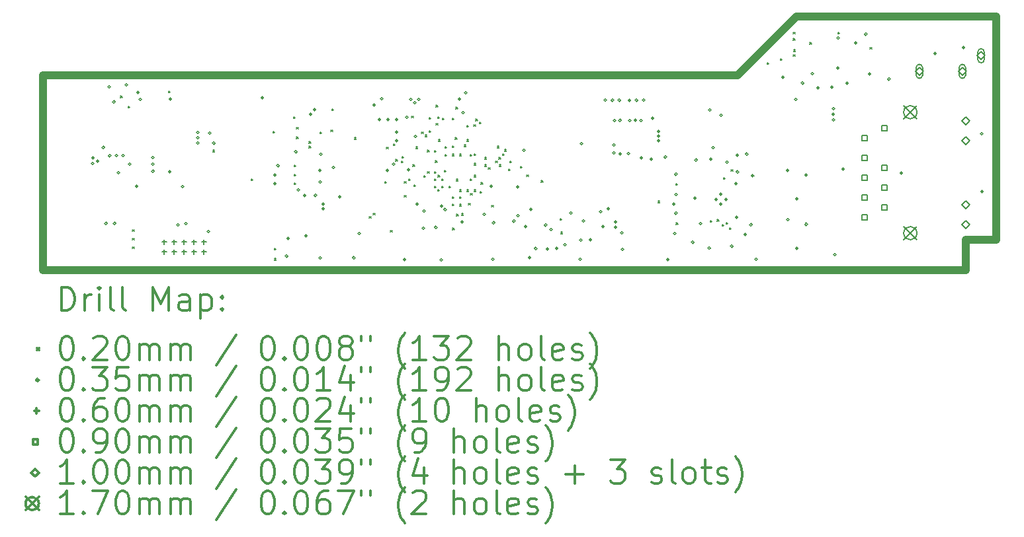
<source format=gbr>
%FSLAX45Y45*%
G04 Gerber Fmt 4.5, Leading zero omitted, Abs format (unit mm)*
G04 Created by KiCad (PCBNEW 5.1.9-73d0e3b20d~88~ubuntu20.04.1) date 2021-01-24 23:06:20*
%MOMM*%
%LPD*%
G01*
G04 APERTURE LIST*
%TA.AperFunction,Profile*%
%ADD10C,1.000000*%
%TD*%
%ADD11C,0.200000*%
%ADD12C,0.300000*%
G04 APERTURE END LIST*
D10*
X11810000Y390000D02*
X12200000Y390000D01*
X11810000Y0D02*
X11810000Y390000D01*
X0Y0D02*
X0Y2500000D01*
X12200000Y3250000D02*
X9645000Y3250000D01*
X8895000Y2500000D02*
X9645000Y3250000D01*
X0Y2500000D02*
X8895000Y2500000D01*
X12200000Y3250000D02*
X12200000Y390000D01*
X11810000Y0D02*
X0Y0D01*
D11*
X995000Y2235000D02*
X1015000Y2215000D01*
X1015000Y2235000D02*
X995000Y2215000D01*
X1095000Y2105000D02*
X1115000Y2085000D01*
X1115000Y2105000D02*
X1095000Y2085000D01*
X1150000Y520000D02*
X1170000Y500000D01*
X1170000Y520000D02*
X1150000Y500000D01*
X1150000Y410000D02*
X1170000Y390000D01*
X1170000Y410000D02*
X1150000Y390000D01*
X1150000Y300000D02*
X1170000Y280000D01*
X1170000Y300000D02*
X1150000Y280000D01*
X1610000Y2300000D02*
X1630000Y2280000D01*
X1630000Y2300000D02*
X1610000Y2280000D01*
X2180000Y1540000D02*
X2200000Y1520000D01*
X2200000Y1540000D02*
X2180000Y1520000D01*
X2670000Y1170000D02*
X2690000Y1150000D01*
X2690000Y1170000D02*
X2670000Y1150000D01*
X2950000Y1780000D02*
X2970000Y1760000D01*
X2970000Y1780000D02*
X2950000Y1760000D01*
X2965000Y280000D02*
X2985000Y260000D01*
X2985000Y280000D02*
X2965000Y260000D01*
X2965000Y150000D02*
X2985000Y130000D01*
X2985000Y150000D02*
X2965000Y130000D01*
X3210000Y1970000D02*
X3230000Y1950000D01*
X3230000Y1970000D02*
X3210000Y1950000D01*
X3220000Y1350000D02*
X3240000Y1330000D01*
X3240000Y1350000D02*
X3220000Y1330000D01*
X3220000Y1230000D02*
X3240000Y1210000D01*
X3240000Y1230000D02*
X3220000Y1210000D01*
X3220000Y1120000D02*
X3240000Y1100000D01*
X3240000Y1120000D02*
X3220000Y1100000D01*
X3250000Y1830000D02*
X3270000Y1810000D01*
X3270000Y1830000D02*
X3250000Y1810000D01*
X3250000Y1710000D02*
X3270000Y1690000D01*
X3270000Y1710000D02*
X3250000Y1690000D01*
X3410000Y1650000D02*
X3430000Y1630000D01*
X3430000Y1650000D02*
X3410000Y1630000D01*
X3410000Y1590000D02*
X3430000Y1570000D01*
X3430000Y1590000D02*
X3410000Y1570000D01*
X3550000Y1770000D02*
X3570000Y1750000D01*
X3570000Y1770000D02*
X3550000Y1750000D01*
X3690000Y1800000D02*
X3710000Y1780000D01*
X3710000Y1800000D02*
X3690000Y1780000D01*
X3700000Y2070000D02*
X3720000Y2050000D01*
X3720000Y2070000D02*
X3700000Y2050000D01*
X3990000Y1700000D02*
X4010000Y1680000D01*
X4010000Y1700000D02*
X3990000Y1680000D01*
X4180000Y690000D02*
X4200000Y670000D01*
X4200000Y690000D02*
X4180000Y670000D01*
X4230000Y730000D02*
X4250000Y710000D01*
X4250000Y730000D02*
X4230000Y710000D01*
X4380000Y1140000D02*
X4400000Y1120000D01*
X4400000Y1140000D02*
X4380000Y1120000D01*
X4400000Y1580000D02*
X4420000Y1560000D01*
X4420000Y1580000D02*
X4400000Y1560000D01*
X4450000Y510000D02*
X4470000Y490000D01*
X4470000Y510000D02*
X4450000Y490000D01*
X4487123Y1617906D02*
X4507123Y1597906D01*
X4507123Y1617906D02*
X4487123Y1597906D01*
X4520000Y1420000D02*
X4540000Y1400000D01*
X4540000Y1420000D02*
X4520000Y1400000D01*
X4590000Y1400000D02*
X4610000Y1380000D01*
X4610000Y1400000D02*
X4590000Y1380000D01*
X4596720Y1459470D02*
X4616720Y1439470D01*
X4616720Y1459470D02*
X4596720Y1439470D01*
X4630000Y1140000D02*
X4650000Y1120000D01*
X4650000Y1140000D02*
X4630000Y1120000D01*
X4630000Y960000D02*
X4650000Y940000D01*
X4650000Y960000D02*
X4630000Y940000D01*
X4682500Y1172500D02*
X4702500Y1152500D01*
X4702500Y1172500D02*
X4682500Y1152500D01*
X4721594Y1975916D02*
X4741594Y1955916D01*
X4741594Y1975916D02*
X4721594Y1955916D01*
X4738250Y1354250D02*
X4758250Y1334250D01*
X4758250Y1354250D02*
X4738250Y1334250D01*
X4752500Y1095000D02*
X4772500Y1075000D01*
X4772500Y1095000D02*
X4752500Y1075000D01*
X4778910Y1582970D02*
X4798910Y1562970D01*
X4798910Y1582970D02*
X4778910Y1562970D01*
X4850000Y1770000D02*
X4870000Y1750000D01*
X4870000Y1770000D02*
X4850000Y1750000D01*
X4876190Y1216310D02*
X4896190Y1196310D01*
X4896190Y1216310D02*
X4876190Y1196310D01*
X4893826Y1733133D02*
X4913826Y1713133D01*
X4913826Y1733133D02*
X4893826Y1713133D01*
X4923790Y1262310D02*
X4943790Y1242310D01*
X4943790Y1262310D02*
X4923790Y1242310D01*
X4924000Y1539000D02*
X4944000Y1519000D01*
X4944000Y1539000D02*
X4924000Y1519000D01*
X4943859Y1787727D02*
X4963859Y1767727D01*
X4963859Y1787727D02*
X4943859Y1767727D01*
X4945000Y1960000D02*
X4965000Y1940000D01*
X4965000Y1960000D02*
X4945000Y1940000D01*
X5014000Y1537000D02*
X5034000Y1517000D01*
X5034000Y1537000D02*
X5014000Y1517000D01*
X5014000Y1263000D02*
X5034000Y1243000D01*
X5034000Y1263000D02*
X5014000Y1243000D01*
X5014130Y1171780D02*
X5034130Y1151780D01*
X5034130Y1171780D02*
X5014130Y1151780D01*
X5014130Y1077250D02*
X5034130Y1057250D01*
X5034130Y1077250D02*
X5014130Y1057250D01*
X5026516Y1404428D02*
X5046516Y1384428D01*
X5046516Y1404428D02*
X5026516Y1384428D01*
X5034042Y1882917D02*
X5054042Y1862917D01*
X5054042Y1882917D02*
X5034042Y1862917D01*
X5034480Y2115520D02*
X5054480Y2095520D01*
X5054480Y2115520D02*
X5034480Y2095520D01*
X5055000Y1965000D02*
X5075000Y1945000D01*
X5075000Y1965000D02*
X5055000Y1945000D01*
X5058710Y1033840D02*
X5078710Y1013840D01*
X5078710Y1033840D02*
X5058710Y1013840D01*
X5060110Y1218120D02*
X5080110Y1198120D01*
X5080110Y1218120D02*
X5060110Y1198120D01*
X5062000Y1674540D02*
X5082000Y1654540D01*
X5082000Y1674540D02*
X5062000Y1654540D01*
X5106090Y1169190D02*
X5126090Y1149190D01*
X5126090Y1169190D02*
X5106090Y1149190D01*
X5107000Y1078000D02*
X5127000Y1058000D01*
X5127000Y1078000D02*
X5107000Y1058000D01*
X5113291Y1950673D02*
X5133291Y1930673D01*
X5133291Y1950673D02*
X5113291Y1930673D01*
X5143300Y1280870D02*
X5163300Y1260870D01*
X5163300Y1280870D02*
X5143300Y1260870D01*
X5149000Y1487000D02*
X5169000Y1467000D01*
X5169000Y1487000D02*
X5149000Y1467000D01*
X5149800Y1586090D02*
X5169800Y1566090D01*
X5169800Y1586090D02*
X5149800Y1566090D01*
X5197995Y1078390D02*
X5217995Y1058390D01*
X5217995Y1078390D02*
X5197995Y1058390D01*
X5240000Y1593400D02*
X5260000Y1573400D01*
X5260000Y1593400D02*
X5240000Y1573400D01*
X5244015Y1951980D02*
X5264015Y1931980D01*
X5264015Y1951980D02*
X5244015Y1931980D01*
X5244020Y940450D02*
X5264020Y920450D01*
X5264020Y940450D02*
X5244020Y920450D01*
X5244020Y849920D02*
X5264020Y829920D01*
X5264020Y849920D02*
X5244020Y829920D01*
X5245000Y1490000D02*
X5265000Y1470000D01*
X5265000Y1490000D02*
X5245000Y1470000D01*
X5247010Y541980D02*
X5267010Y521980D01*
X5267010Y541980D02*
X5247010Y521980D01*
X5280000Y1700000D02*
X5300000Y1680000D01*
X5300000Y1700000D02*
X5280000Y1680000D01*
X5290000Y2091600D02*
X5310000Y2071600D01*
X5310000Y2091600D02*
X5290000Y2071600D01*
X5295000Y1166600D02*
X5315000Y1146600D01*
X5315000Y1166600D02*
X5295000Y1146600D01*
X5298600Y718560D02*
X5318600Y698560D01*
X5318600Y718560D02*
X5298600Y698560D01*
X5334894Y1490304D02*
X5354894Y1470304D01*
X5354894Y1490304D02*
X5334894Y1470304D01*
X5334999Y1033000D02*
X5354999Y1013000D01*
X5354999Y1033000D02*
X5334999Y1013000D01*
X5335980Y940450D02*
X5355980Y920450D01*
X5355980Y940450D02*
X5335980Y920450D01*
X5336000Y847000D02*
X5356000Y827000D01*
X5356000Y847000D02*
X5336000Y827000D01*
X5358830Y727240D02*
X5378830Y707240D01*
X5378830Y727240D02*
X5358830Y707240D01*
X5395000Y1606151D02*
X5415000Y1586151D01*
X5415000Y1606151D02*
X5395000Y1586151D01*
X5426720Y1860020D02*
X5446720Y1840020D01*
X5446720Y1860020D02*
X5426720Y1840020D01*
X5428000Y1032000D02*
X5448000Y1012000D01*
X5448000Y1032000D02*
X5428000Y1012000D01*
X5429800Y1675000D02*
X5449800Y1655000D01*
X5449800Y1675000D02*
X5429800Y1655000D01*
X5448957Y855701D02*
X5468957Y835701D01*
X5468957Y855701D02*
X5448957Y835701D01*
X5470000Y1483320D02*
X5490000Y1463320D01*
X5490000Y1483320D02*
X5470000Y1463320D01*
X5470012Y1170000D02*
X5490012Y1150000D01*
X5490012Y1170000D02*
X5470012Y1150000D01*
X5475000Y987000D02*
X5495000Y967000D01*
X5495000Y987000D02*
X5475000Y967000D01*
X5519010Y1864000D02*
X5539010Y1844000D01*
X5539010Y1864000D02*
X5519010Y1844000D01*
X5520000Y1370000D02*
X5540000Y1350000D01*
X5540000Y1370000D02*
X5520000Y1350000D01*
X5520000Y1217000D02*
X5540000Y1197000D01*
X5540000Y1217000D02*
X5520000Y1197000D01*
X5520000Y1030530D02*
X5540000Y1010530D01*
X5540000Y1030530D02*
X5520000Y1010530D01*
X5523000Y1494180D02*
X5543000Y1474180D01*
X5543000Y1494180D02*
X5523000Y1474180D01*
X5542360Y1937640D02*
X5562360Y1917640D01*
X5562360Y1937640D02*
X5542360Y1917640D01*
X5588540Y1901460D02*
X5608540Y1881460D01*
X5608540Y1901460D02*
X5588540Y1881460D01*
X5600000Y1010000D02*
X5620000Y990000D01*
X5620000Y1010000D02*
X5600000Y990000D01*
X5611292Y1126245D02*
X5631292Y1106245D01*
X5631292Y1126245D02*
X5611292Y1106245D01*
X5655953Y1445928D02*
X5675953Y1425928D01*
X5675953Y1445928D02*
X5655953Y1425928D01*
X5656000Y1354720D02*
X5676000Y1334720D01*
X5676000Y1354720D02*
X5656000Y1334720D01*
X5703000Y1316610D02*
X5723000Y1296610D01*
X5723000Y1316610D02*
X5703000Y1296610D01*
X5746250Y833440D02*
X5766250Y813440D01*
X5766250Y833440D02*
X5746250Y813440D01*
X5797000Y1400000D02*
X5817000Y1380000D01*
X5817000Y1400000D02*
X5797000Y1380000D01*
X5820000Y1590000D02*
X5840000Y1570000D01*
X5840000Y1590000D02*
X5820000Y1570000D01*
X5840320Y1446220D02*
X5860320Y1426220D01*
X5860320Y1446220D02*
X5840320Y1426220D01*
X5842000Y1354000D02*
X5862000Y1334000D01*
X5862000Y1354000D02*
X5842000Y1334000D01*
X5886180Y1495330D02*
X5906180Y1475330D01*
X5906180Y1495330D02*
X5886180Y1475330D01*
X5911320Y1548770D02*
X5931320Y1528770D01*
X5931320Y1548770D02*
X5911320Y1528770D01*
X5960001Y1300000D02*
X5980001Y1280000D01*
X5980001Y1300000D02*
X5960001Y1280000D01*
X5980000Y1400000D02*
X6000000Y1380000D01*
X6000000Y1400000D02*
X5980000Y1380000D01*
X6114070Y1330001D02*
X6134070Y1310001D01*
X6134070Y1330001D02*
X6114070Y1310001D01*
X6195530Y1219999D02*
X6215530Y1199999D01*
X6215530Y1219999D02*
X6195530Y1199999D01*
X6382000Y1151000D02*
X6402000Y1131000D01*
X6402000Y1151000D02*
X6382000Y1131000D01*
X6625007Y665000D02*
X6645007Y645000D01*
X6645007Y665000D02*
X6625007Y645000D01*
X6631305Y489347D02*
X6651305Y469347D01*
X6651305Y489347D02*
X6631305Y469347D01*
X7873350Y887140D02*
X7893350Y867140D01*
X7893350Y887140D02*
X7873350Y867140D01*
X8105000Y1110000D02*
X8125000Y1090000D01*
X8125000Y1110000D02*
X8105000Y1090000D01*
X8107500Y610000D02*
X8127500Y590000D01*
X8127500Y610000D02*
X8107500Y590000D01*
X8545000Y640000D02*
X8565000Y620000D01*
X8565000Y640000D02*
X8545000Y620000D01*
X8632720Y650430D02*
X8652720Y630430D01*
X8652720Y650430D02*
X8632720Y630430D01*
X8695000Y585690D02*
X8715000Y565690D01*
X8715000Y585690D02*
X8695000Y565690D01*
X8713800Y1189980D02*
X8733800Y1169980D01*
X8733800Y1189980D02*
X8713800Y1169980D01*
X8745000Y612500D02*
X8765000Y592500D01*
X8765000Y612500D02*
X8745000Y592500D01*
X8792500Y545000D02*
X8812500Y525000D01*
X8812500Y545000D02*
X8792500Y525000D01*
X8810000Y1290000D02*
X8830000Y1270000D01*
X8830000Y1290000D02*
X8810000Y1270000D01*
X9270223Y2659097D02*
X9290223Y2639097D01*
X9290223Y2659097D02*
X9270223Y2639097D01*
X9444350Y2714290D02*
X9464350Y2694290D01*
X9464350Y2714290D02*
X9444350Y2694290D01*
X9607250Y3052500D02*
X9627250Y3032500D01*
X9627250Y3052500D02*
X9607250Y3032500D01*
X9607910Y2971120D02*
X9627910Y2951120D01*
X9627910Y2971120D02*
X9607910Y2951120D01*
X9608330Y2764050D02*
X9628330Y2744050D01*
X9628330Y2764050D02*
X9608330Y2744050D01*
X9609980Y2828080D02*
X9629980Y2808080D01*
X9629980Y2828080D02*
X9609980Y2808080D01*
X9820000Y2920000D02*
X9840000Y2900000D01*
X9840000Y2920000D02*
X9820000Y2900000D01*
X10180420Y3052500D02*
X10200420Y3032500D01*
X10200420Y3052500D02*
X10180420Y3032500D01*
X10590000Y2857500D02*
X10610000Y2837500D01*
X10610000Y2857500D02*
X10590000Y2837500D01*
X657500Y1440000D02*
G75*
G03*
X657500Y1440000I-17500J0D01*
G01*
X657500Y1370000D02*
G75*
G03*
X657500Y1370000I-17500J0D01*
G01*
X717500Y1400000D02*
G75*
G03*
X717500Y1400000I-17500J0D01*
G01*
X792500Y1575000D02*
G75*
G03*
X792500Y1575000I-17500J0D01*
G01*
X827500Y600000D02*
G75*
G03*
X827500Y600000I-17500J0D01*
G01*
X867500Y2350000D02*
G75*
G03*
X867500Y2350000I-17500J0D01*
G01*
X872500Y1470000D02*
G75*
G03*
X872500Y1470000I-17500J0D01*
G01*
X927500Y2160000D02*
G75*
G03*
X927500Y2160000I-17500J0D01*
G01*
X937500Y600000D02*
G75*
G03*
X937500Y600000I-17500J0D01*
G01*
X957500Y1470000D02*
G75*
G03*
X957500Y1470000I-17500J0D01*
G01*
X987500Y1250000D02*
G75*
G03*
X987500Y1250000I-17500J0D01*
G01*
X1042500Y1470000D02*
G75*
G03*
X1042500Y1470000I-17500J0D01*
G01*
X1087500Y2380000D02*
G75*
G03*
X1087500Y2380000I-17500J0D01*
G01*
X1127500Y1360000D02*
G75*
G03*
X1127500Y1360000I-17500J0D01*
G01*
X1217500Y1075000D02*
G75*
G03*
X1217500Y1075000I-17500J0D01*
G01*
X1237500Y2280000D02*
G75*
G03*
X1237500Y2280000I-17500J0D01*
G01*
X1267500Y2190000D02*
G75*
G03*
X1267500Y2190000I-17500J0D01*
G01*
X1427500Y1445000D02*
G75*
G03*
X1427500Y1445000I-17500J0D01*
G01*
X1427500Y1360000D02*
G75*
G03*
X1427500Y1360000I-17500J0D01*
G01*
X1427500Y1270000D02*
G75*
G03*
X1427500Y1270000I-17500J0D01*
G01*
X1642500Y1260000D02*
G75*
G03*
X1642500Y1260000I-17500J0D01*
G01*
X1652500Y2195000D02*
G75*
G03*
X1652500Y2195000I-17500J0D01*
G01*
X1747500Y580000D02*
G75*
G03*
X1747500Y580000I-17500J0D01*
G01*
X1807500Y1070000D02*
G75*
G03*
X1807500Y1070000I-17500J0D01*
G01*
X1847500Y600000D02*
G75*
G03*
X1847500Y600000I-17500J0D01*
G01*
X2002500Y1765001D02*
G75*
G03*
X2002500Y1765001I-17500J0D01*
G01*
X2002500Y1699998D02*
G75*
G03*
X2002500Y1699998I-17500J0D01*
G01*
X2002500Y1630001D02*
G75*
G03*
X2002500Y1630001I-17500J0D01*
G01*
X2137500Y500000D02*
G75*
G03*
X2137500Y500000I-17500J0D01*
G01*
X2152500Y1760000D02*
G75*
G03*
X2152500Y1760000I-17500J0D01*
G01*
X2207500Y1630000D02*
G75*
G03*
X2207500Y1630000I-17500J0D01*
G01*
X2827500Y2210000D02*
G75*
G03*
X2827500Y2210000I-17500J0D01*
G01*
X2987500Y1220000D02*
G75*
G03*
X2987500Y1220000I-17500J0D01*
G01*
X2987500Y1110000D02*
G75*
G03*
X2987500Y1110000I-17500J0D01*
G01*
X3027500Y1340000D02*
G75*
G03*
X3027500Y1340000I-17500J0D01*
G01*
X3137500Y180000D02*
G75*
G03*
X3137500Y180000I-17500J0D01*
G01*
X3157500Y410000D02*
G75*
G03*
X3157500Y410000I-17500J0D01*
G01*
X3257500Y1520000D02*
G75*
G03*
X3257500Y1520000I-17500J0D01*
G01*
X3287500Y1030000D02*
G75*
G03*
X3287500Y1030000I-17500J0D01*
G01*
X3367500Y960000D02*
G75*
G03*
X3367500Y960000I-17500J0D01*
G01*
X3387500Y440000D02*
G75*
G03*
X3387500Y440000I-17500J0D01*
G01*
X3447500Y2000000D02*
G75*
G03*
X3447500Y2000000I-17500J0D01*
G01*
X3497500Y2060000D02*
G75*
G03*
X3497500Y2060000I-17500J0D01*
G01*
X3507500Y960000D02*
G75*
G03*
X3507500Y960000I-17500J0D01*
G01*
X3567500Y1280000D02*
G75*
G03*
X3567500Y1280000I-17500J0D01*
G01*
X3567500Y1130000D02*
G75*
G03*
X3567500Y1130000I-17500J0D01*
G01*
X3567500Y160000D02*
G75*
G03*
X3567500Y160000I-17500J0D01*
G01*
X3577500Y1490000D02*
G75*
G03*
X3577500Y1490000I-17500J0D01*
G01*
X3607500Y850000D02*
G75*
G03*
X3607500Y850000I-17500J0D01*
G01*
X3607500Y790000D02*
G75*
G03*
X3607500Y790000I-17500J0D01*
G01*
X3737500Y1320000D02*
G75*
G03*
X3737500Y1320000I-17500J0D01*
G01*
X3817500Y940000D02*
G75*
G03*
X3817500Y940000I-17500J0D01*
G01*
X3997500Y160000D02*
G75*
G03*
X3997500Y160000I-17500J0D01*
G01*
X4067500Y470000D02*
G75*
G03*
X4067500Y470000I-17500J0D01*
G01*
X4257500Y2120000D02*
G75*
G03*
X4257500Y2120000I-17500J0D01*
G01*
X4327500Y1930000D02*
G75*
G03*
X4327500Y1930000I-17500J0D01*
G01*
X4357500Y2200000D02*
G75*
G03*
X4357500Y2200000I-17500J0D01*
G01*
X4427500Y1280001D02*
G75*
G03*
X4427500Y1280001I-17500J0D01*
G01*
X4437500Y1930000D02*
G75*
G03*
X4437500Y1930000I-17500J0D01*
G01*
X4507500Y1360001D02*
G75*
G03*
X4507500Y1360001I-17500J0D01*
G01*
X4547499Y1660000D02*
G75*
G03*
X4547499Y1660000I-17500J0D01*
G01*
X4547500Y1930000D02*
G75*
G03*
X4547500Y1930000I-17500J0D01*
G01*
X4547500Y1770000D02*
G75*
G03*
X4547500Y1770000I-17500J0D01*
G01*
X4647500Y140000D02*
G75*
G03*
X4647500Y140000I-17500J0D01*
G01*
X4677500Y1960001D02*
G75*
G03*
X4677500Y1960001I-17500J0D01*
G01*
X4697500Y1290000D02*
G75*
G03*
X4697500Y1290000I-17500J0D01*
G01*
X4727500Y2190000D02*
G75*
G03*
X4727500Y2190000I-17500J0D01*
G01*
X4777500Y2150000D02*
G75*
G03*
X4777500Y2150000I-17500J0D01*
G01*
X4785859Y1715000D02*
G75*
G03*
X4785859Y1715000I-17500J0D01*
G01*
X4807500Y850000D02*
G75*
G03*
X4807500Y850000I-17500J0D01*
G01*
X4827500Y2190000D02*
G75*
G03*
X4827500Y2190000I-17500J0D01*
G01*
X4887500Y540000D02*
G75*
G03*
X4887500Y540000I-17500J0D01*
G01*
X4897500Y760000D02*
G75*
G03*
X4897500Y760000I-17500J0D01*
G01*
X5047500Y550000D02*
G75*
G03*
X5047500Y550000I-17500J0D01*
G01*
X5117500Y130000D02*
G75*
G03*
X5117500Y130000I-17500J0D01*
G01*
X5122500Y825000D02*
G75*
G03*
X5122500Y825000I-17500J0D01*
G01*
X5167500Y780000D02*
G75*
G03*
X5167500Y780000I-17500J0D01*
G01*
X5352500Y2195000D02*
G75*
G03*
X5352500Y2195000I-17500J0D01*
G01*
X5387500Y620000D02*
G75*
G03*
X5387500Y620000I-17500J0D01*
G01*
X5397500Y2020000D02*
G75*
G03*
X5397500Y2020000I-17500J0D01*
G01*
X5432500Y2275000D02*
G75*
G03*
X5432500Y2275000I-17500J0D01*
G01*
X5667500Y719000D02*
G75*
G03*
X5667500Y719000I-17500J0D01*
G01*
X5755959Y1075646D02*
G75*
G03*
X5755959Y1075646I-17500J0D01*
G01*
X5777500Y140000D02*
G75*
G03*
X5777500Y140000I-17500J0D01*
G01*
X5787500Y610000D02*
G75*
G03*
X5787500Y610000I-17500J0D01*
G01*
X6047500Y630000D02*
G75*
G03*
X6047500Y630000I-17500J0D01*
G01*
X6097500Y1070000D02*
G75*
G03*
X6097500Y1070000I-17500J0D01*
G01*
X6097500Y700000D02*
G75*
G03*
X6097500Y700000I-17500J0D01*
G01*
X6177500Y1540000D02*
G75*
G03*
X6177500Y1540000I-17500J0D01*
G01*
X6197500Y560000D02*
G75*
G03*
X6197500Y560000I-17500J0D01*
G01*
X6247500Y160000D02*
G75*
G03*
X6247500Y160000I-17500J0D01*
G01*
X6267500Y780000D02*
G75*
G03*
X6267500Y780000I-17500J0D01*
G01*
X6327500Y280000D02*
G75*
G03*
X6327500Y280000I-17500J0D01*
G01*
X6452500Y580000D02*
G75*
G03*
X6452500Y580000I-17500J0D01*
G01*
X6477500Y275000D02*
G75*
G03*
X6477500Y275000I-17500J0D01*
G01*
X6522500Y520000D02*
G75*
G03*
X6522500Y520000I-17500J0D01*
G01*
X6597500Y280000D02*
G75*
G03*
X6597500Y280000I-17500J0D01*
G01*
X6697500Y327495D02*
G75*
G03*
X6697500Y327495I-17500J0D01*
G01*
X6777500Y735000D02*
G75*
G03*
X6777500Y735000I-17500J0D01*
G01*
X6897500Y140000D02*
G75*
G03*
X6897500Y140000I-17500J0D01*
G01*
X6902500Y385000D02*
G75*
G03*
X6902500Y385000I-17500J0D01*
G01*
X6912500Y1625000D02*
G75*
G03*
X6912500Y1625000I-17500J0D01*
G01*
X6937498Y630000D02*
G75*
G03*
X6937498Y630000I-17500J0D01*
G01*
X7027498Y390000D02*
G75*
G03*
X7027498Y390000I-17500J0D01*
G01*
X7157500Y750000D02*
G75*
G03*
X7157500Y750000I-17500J0D01*
G01*
X7187500Y560000D02*
G75*
G03*
X7187500Y560000I-17500J0D01*
G01*
X7217500Y2180000D02*
G75*
G03*
X7217500Y2180000I-17500J0D01*
G01*
X7257500Y790000D02*
G75*
G03*
X7257500Y790000I-17500J0D01*
G01*
X7307500Y2180000D02*
G75*
G03*
X7307500Y2180000I-17500J0D01*
G01*
X7326600Y1505000D02*
G75*
G03*
X7326600Y1505000I-17500J0D01*
G01*
X7327500Y1605000D02*
G75*
G03*
X7327500Y1605000I-17500J0D01*
G01*
X7337500Y1920000D02*
G75*
G03*
X7337500Y1920000I-17500J0D01*
G01*
X7347500Y620000D02*
G75*
G03*
X7347500Y620000I-17500J0D01*
G01*
X7347500Y550000D02*
G75*
G03*
X7347500Y550000I-17500J0D01*
G01*
X7397500Y2180000D02*
G75*
G03*
X7397500Y2180000I-17500J0D01*
G01*
X7407500Y1920000D02*
G75*
G03*
X7407500Y1920000I-17500J0D01*
G01*
X7407500Y1495000D02*
G75*
G03*
X7407500Y1495000I-17500J0D01*
G01*
X7427500Y480000D02*
G75*
G03*
X7427500Y480000I-17500J0D01*
G01*
X7437500Y270000D02*
G75*
G03*
X7437500Y270000I-17500J0D01*
G01*
X7512500Y1495000D02*
G75*
G03*
X7512500Y1495000I-17500J0D01*
G01*
X7527500Y2180000D02*
G75*
G03*
X7527500Y2180000I-17500J0D01*
G01*
X7532500Y1920000D02*
G75*
G03*
X7532500Y1920000I-17500J0D01*
G01*
X7602500Y1920000D02*
G75*
G03*
X7602500Y1920000I-17500J0D01*
G01*
X7617500Y2180000D02*
G75*
G03*
X7617500Y2180000I-17500J0D01*
G01*
X7672500Y1920000D02*
G75*
G03*
X7672500Y1920000I-17500J0D01*
G01*
X7677500Y1440000D02*
G75*
G03*
X7677500Y1440000I-17500J0D01*
G01*
X7707500Y2180000D02*
G75*
G03*
X7707500Y2180000I-17500J0D01*
G01*
X7807500Y1425000D02*
G75*
G03*
X7807500Y1425000I-17500J0D01*
G01*
X7822500Y1950000D02*
G75*
G03*
X7822500Y1950000I-17500J0D01*
G01*
X7897500Y1780000D02*
G75*
G03*
X7897500Y1780000I-17500J0D01*
G01*
X7897500Y1720000D02*
G75*
G03*
X7897500Y1720000I-17500J0D01*
G01*
X7897500Y1660000D02*
G75*
G03*
X7897500Y1660000I-17500J0D01*
G01*
X7987500Y1450000D02*
G75*
G03*
X7987500Y1450000I-17500J0D01*
G01*
X8017500Y140000D02*
G75*
G03*
X8017500Y140000I-17500J0D01*
G01*
X8092500Y850000D02*
G75*
G03*
X8092500Y850000I-17500J0D01*
G01*
X8107500Y470000D02*
G75*
G03*
X8107500Y470000I-17500J0D01*
G01*
X8122500Y1230000D02*
G75*
G03*
X8122500Y1230000I-17500J0D01*
G01*
X8122500Y970000D02*
G75*
G03*
X8122500Y970000I-17500J0D01*
G01*
X8122500Y730000D02*
G75*
G03*
X8122500Y730000I-17500J0D01*
G01*
X8337500Y360000D02*
G75*
G03*
X8337500Y360000I-17500J0D01*
G01*
X8367500Y925000D02*
G75*
G03*
X8367500Y925000I-17500J0D01*
G01*
X8377500Y1415000D02*
G75*
G03*
X8377500Y1415000I-17500J0D01*
G01*
X8437500Y600000D02*
G75*
G03*
X8437500Y600000I-17500J0D01*
G01*
X8547500Y282497D02*
G75*
G03*
X8547500Y282497I-17500J0D01*
G01*
X8552500Y2055000D02*
G75*
G03*
X8552500Y2055000I-17500J0D01*
G01*
X8567500Y1425000D02*
G75*
G03*
X8567500Y1425000I-17500J0D01*
G01*
X8597500Y1570000D02*
G75*
G03*
X8597500Y1570000I-17500J0D01*
G01*
X8632500Y907500D02*
G75*
G03*
X8632500Y907500I-17500J0D01*
G01*
X8695000Y845000D02*
G75*
G03*
X8695000Y845000I-17500J0D01*
G01*
X8697500Y1985560D02*
G75*
G03*
X8697500Y1985560I-17500J0D01*
G01*
X8697500Y975000D02*
G75*
G03*
X8697500Y975000I-17500J0D01*
G01*
X8762500Y907500D02*
G75*
G03*
X8762500Y907500I-17500J0D01*
G01*
X8775280Y1387220D02*
G75*
G03*
X8775280Y1387220I-17500J0D01*
G01*
X8837500Y310000D02*
G75*
G03*
X8837500Y310000I-17500J0D01*
G01*
X8887500Y1110000D02*
G75*
G03*
X8887500Y1110000I-17500J0D01*
G01*
X8897500Y680000D02*
G75*
G03*
X8897500Y680000I-17500J0D01*
G01*
X8907500Y1475000D02*
G75*
G03*
X8907500Y1475000I-17500J0D01*
G01*
X8907500Y1260000D02*
G75*
G03*
X8907500Y1260000I-17500J0D01*
G01*
X9007500Y460000D02*
G75*
G03*
X9007500Y460000I-17500J0D01*
G01*
X9027500Y1490000D02*
G75*
G03*
X9027500Y1490000I-17500J0D01*
G01*
X9081500Y584000D02*
G75*
G03*
X9081500Y584000I-17500J0D01*
G01*
X9102500Y1210000D02*
G75*
G03*
X9102500Y1210000I-17500J0D01*
G01*
X9147500Y140000D02*
G75*
G03*
X9147500Y140000I-17500J0D01*
G01*
X9492500Y2475000D02*
G75*
G03*
X9492500Y2475000I-17500J0D01*
G01*
X9552500Y1280000D02*
G75*
G03*
X9552500Y1280000I-17500J0D01*
G01*
X9552500Y650000D02*
G75*
G03*
X9552500Y650000I-17500J0D01*
G01*
X9652500Y2190000D02*
G75*
G03*
X9652500Y2190000I-17500J0D01*
G01*
X9667500Y915000D02*
G75*
G03*
X9667500Y915000I-17500J0D01*
G01*
X9667500Y280000D02*
G75*
G03*
X9667500Y280000I-17500J0D01*
G01*
X9742500Y2400000D02*
G75*
G03*
X9742500Y2400000I-17500J0D01*
G01*
X9787500Y1220000D02*
G75*
G03*
X9787500Y1220000I-17500J0D01*
G01*
X9787500Y590000D02*
G75*
G03*
X9787500Y590000I-17500J0D01*
G01*
X9867500Y2520000D02*
G75*
G03*
X9867500Y2520000I-17500J0D01*
G01*
X9937500Y2340000D02*
G75*
G03*
X9937500Y2340000I-17500J0D01*
G01*
X10117500Y2345000D02*
G75*
G03*
X10117500Y2345000I-17500J0D01*
G01*
X10137500Y2070000D02*
G75*
G03*
X10137500Y2070000I-17500J0D01*
G01*
X10137500Y2000000D02*
G75*
G03*
X10137500Y2000000I-17500J0D01*
G01*
X10137500Y1925000D02*
G75*
G03*
X10137500Y1925000I-17500J0D01*
G01*
X10157500Y200000D02*
G75*
G03*
X10157500Y200000I-17500J0D01*
G01*
X10192500Y2590000D02*
G75*
G03*
X10192500Y2590000I-17500J0D01*
G01*
X10197500Y2975000D02*
G75*
G03*
X10197500Y2975000I-17500J0D01*
G01*
X10262500Y1295000D02*
G75*
G03*
X10262500Y1295000I-17500J0D01*
G01*
X10312500Y2400000D02*
G75*
G03*
X10312500Y2400000I-17500J0D01*
G01*
X10422500Y2915000D02*
G75*
G03*
X10422500Y2915000I-17500J0D01*
G01*
X10552500Y3025000D02*
G75*
G03*
X10552500Y3025000I-17500J0D01*
G01*
X10597500Y2515000D02*
G75*
G03*
X10597500Y2515000I-17500J0D01*
G01*
X10847500Y2450000D02*
G75*
G03*
X10847500Y2450000I-17500J0D01*
G01*
X11007500Y1245000D02*
G75*
G03*
X11007500Y1245000I-17500J0D01*
G01*
X11437500Y2780000D02*
G75*
G03*
X11437500Y2780000I-17500J0D01*
G01*
X11802500Y2855000D02*
G75*
G03*
X11802500Y2855000I-17500J0D01*
G01*
X12037500Y1750000D02*
G75*
G03*
X12037500Y1750000I-17500J0D01*
G01*
X12037500Y1010000D02*
G75*
G03*
X12037500Y1010000I-17500J0D01*
G01*
X1556000Y393500D02*
X1556000Y333500D01*
X1526000Y363500D02*
X1586000Y363500D01*
X1556000Y266500D02*
X1556000Y206500D01*
X1526000Y236500D02*
X1586000Y236500D01*
X1683000Y393500D02*
X1683000Y333500D01*
X1653000Y363500D02*
X1713000Y363500D01*
X1683000Y266500D02*
X1683000Y206500D01*
X1653000Y236500D02*
X1713000Y236500D01*
X1810000Y393500D02*
X1810000Y333500D01*
X1780000Y363500D02*
X1840000Y363500D01*
X1810000Y266500D02*
X1810000Y206500D01*
X1780000Y236500D02*
X1840000Y236500D01*
X1937000Y393500D02*
X1937000Y333500D01*
X1907000Y363500D02*
X1967000Y363500D01*
X1937000Y266500D02*
X1937000Y206500D01*
X1907000Y236500D02*
X1967000Y236500D01*
X2064000Y393500D02*
X2064000Y333500D01*
X2034000Y363500D02*
X2094000Y363500D01*
X2064000Y266500D02*
X2064000Y206500D01*
X2034000Y236500D02*
X2094000Y236500D01*
X10551820Y1664180D02*
X10551820Y1727820D01*
X10488180Y1727820D01*
X10488180Y1664180D01*
X10551820Y1664180D01*
X10551820Y1410180D02*
X10551820Y1473820D01*
X10488180Y1473820D01*
X10488180Y1410180D01*
X10551820Y1410180D01*
X10551820Y1156180D02*
X10551820Y1219820D01*
X10488180Y1219820D01*
X10488180Y1156180D01*
X10551820Y1156180D01*
X10551820Y902180D02*
X10551820Y965820D01*
X10488180Y965820D01*
X10488180Y902180D01*
X10551820Y902180D01*
X10551820Y648180D02*
X10551820Y711820D01*
X10488180Y711820D01*
X10488180Y648180D01*
X10551820Y648180D01*
X10805820Y1791180D02*
X10805820Y1854820D01*
X10742180Y1854820D01*
X10742180Y1791180D01*
X10805820Y1791180D01*
X10805820Y1283180D02*
X10805820Y1346820D01*
X10742180Y1346820D01*
X10742180Y1283180D01*
X10805820Y1283180D01*
X10805820Y1029180D02*
X10805820Y1092820D01*
X10742180Y1092820D01*
X10742180Y1029180D01*
X10805820Y1029180D01*
X10805820Y775180D02*
X10805820Y838820D01*
X10742180Y838820D01*
X10742180Y775180D01*
X10805820Y775180D01*
X11220000Y2500000D02*
X11270000Y2550000D01*
X11220000Y2600000D01*
X11170000Y2550000D01*
X11220000Y2500000D01*
X11180000Y2600000D02*
X11180000Y2500000D01*
X11260000Y2600000D02*
X11260000Y2500000D01*
X11180000Y2500000D02*
G75*
G03*
X11260000Y2500000I40000J0D01*
G01*
X11260000Y2600000D02*
G75*
G03*
X11180000Y2600000I-40000J0D01*
G01*
X11770000Y2500000D02*
X11820000Y2550000D01*
X11770000Y2600000D01*
X11720000Y2550000D01*
X11770000Y2500000D01*
X11730000Y2600000D02*
X11730000Y2500000D01*
X11810000Y2600000D02*
X11810000Y2500000D01*
X11730000Y2500000D02*
G75*
G03*
X11810000Y2500000I40000J0D01*
G01*
X11810000Y2600000D02*
G75*
G03*
X11730000Y2600000I-40000J0D01*
G01*
X11815000Y1864000D02*
X11865000Y1914000D01*
X11815000Y1964000D01*
X11765000Y1914000D01*
X11815000Y1864000D01*
X11815000Y1610000D02*
X11865000Y1660000D01*
X11815000Y1710000D01*
X11765000Y1660000D01*
X11815000Y1610000D01*
X11815000Y792000D02*
X11865000Y842000D01*
X11815000Y892000D01*
X11765000Y842000D01*
X11815000Y792000D01*
X11815000Y538000D02*
X11865000Y588000D01*
X11815000Y638000D01*
X11765000Y588000D01*
X11815000Y538000D01*
X12010000Y2700000D02*
X12060000Y2750000D01*
X12010000Y2800000D01*
X11960000Y2750000D01*
X12010000Y2700000D01*
X11970000Y2800000D02*
X11970000Y2700000D01*
X12050000Y2800000D02*
X12050000Y2700000D01*
X11970000Y2700000D02*
G75*
G03*
X12050000Y2700000I40000J0D01*
G01*
X12050000Y2800000D02*
G75*
G03*
X11970000Y2800000I-40000J0D01*
G01*
X11019000Y2111000D02*
X11189000Y1941000D01*
X11189000Y2111000D02*
X11019000Y1941000D01*
X11189000Y2026000D02*
G75*
G03*
X11189000Y2026000I-85000J0D01*
G01*
X11019000Y561000D02*
X11189000Y391000D01*
X11189000Y561000D02*
X11019000Y391000D01*
X11189000Y476000D02*
G75*
G03*
X11189000Y476000I-85000J0D01*
G01*
D12*
X236428Y-515714D02*
X236428Y-215714D01*
X307857Y-215714D01*
X350714Y-230000D01*
X379286Y-258571D01*
X393571Y-287143D01*
X407857Y-344286D01*
X407857Y-387143D01*
X393571Y-444286D01*
X379286Y-472857D01*
X350714Y-501429D01*
X307857Y-515714D01*
X236428Y-515714D01*
X536428Y-515714D02*
X536428Y-315714D01*
X536428Y-372857D02*
X550714Y-344286D01*
X565000Y-330000D01*
X593571Y-315714D01*
X622143Y-315714D01*
X722143Y-515714D02*
X722143Y-315714D01*
X722143Y-215714D02*
X707857Y-230000D01*
X722143Y-244286D01*
X736428Y-230000D01*
X722143Y-215714D01*
X722143Y-244286D01*
X907857Y-515714D02*
X879286Y-501429D01*
X865000Y-472857D01*
X865000Y-215714D01*
X1065000Y-515714D02*
X1036428Y-501429D01*
X1022143Y-472857D01*
X1022143Y-215714D01*
X1407857Y-515714D02*
X1407857Y-215714D01*
X1507857Y-430000D01*
X1607857Y-215714D01*
X1607857Y-515714D01*
X1879286Y-515714D02*
X1879286Y-358571D01*
X1865000Y-330000D01*
X1836428Y-315714D01*
X1779286Y-315714D01*
X1750714Y-330000D01*
X1879286Y-501429D02*
X1850714Y-515714D01*
X1779286Y-515714D01*
X1750714Y-501429D01*
X1736428Y-472857D01*
X1736428Y-444286D01*
X1750714Y-415714D01*
X1779286Y-401429D01*
X1850714Y-401429D01*
X1879286Y-387143D01*
X2022143Y-315714D02*
X2022143Y-615714D01*
X2022143Y-330000D02*
X2050714Y-315714D01*
X2107857Y-315714D01*
X2136428Y-330000D01*
X2150714Y-344286D01*
X2165000Y-372857D01*
X2165000Y-458571D01*
X2150714Y-487143D01*
X2136428Y-501429D01*
X2107857Y-515714D01*
X2050714Y-515714D01*
X2022143Y-501429D01*
X2293571Y-487143D02*
X2307857Y-501429D01*
X2293571Y-515714D01*
X2279286Y-501429D01*
X2293571Y-487143D01*
X2293571Y-515714D01*
X2293571Y-330000D02*
X2307857Y-344286D01*
X2293571Y-358571D01*
X2279286Y-344286D01*
X2293571Y-330000D01*
X2293571Y-358571D01*
X-70000Y-1000000D02*
X-50000Y-1020000D01*
X-50000Y-1000000D02*
X-70000Y-1020000D01*
X293571Y-845714D02*
X322143Y-845714D01*
X350714Y-860000D01*
X365000Y-874286D01*
X379286Y-902857D01*
X393571Y-960000D01*
X393571Y-1031429D01*
X379286Y-1088572D01*
X365000Y-1117143D01*
X350714Y-1131429D01*
X322143Y-1145714D01*
X293571Y-1145714D01*
X265000Y-1131429D01*
X250714Y-1117143D01*
X236428Y-1088572D01*
X222143Y-1031429D01*
X222143Y-960000D01*
X236428Y-902857D01*
X250714Y-874286D01*
X265000Y-860000D01*
X293571Y-845714D01*
X522143Y-1117143D02*
X536428Y-1131429D01*
X522143Y-1145714D01*
X507857Y-1131429D01*
X522143Y-1117143D01*
X522143Y-1145714D01*
X650714Y-874286D02*
X665000Y-860000D01*
X693571Y-845714D01*
X765000Y-845714D01*
X793571Y-860000D01*
X807857Y-874286D01*
X822143Y-902857D01*
X822143Y-931429D01*
X807857Y-974286D01*
X636428Y-1145714D01*
X822143Y-1145714D01*
X1007857Y-845714D02*
X1036428Y-845714D01*
X1065000Y-860000D01*
X1079286Y-874286D01*
X1093571Y-902857D01*
X1107857Y-960000D01*
X1107857Y-1031429D01*
X1093571Y-1088572D01*
X1079286Y-1117143D01*
X1065000Y-1131429D01*
X1036428Y-1145714D01*
X1007857Y-1145714D01*
X979286Y-1131429D01*
X965000Y-1117143D01*
X950714Y-1088572D01*
X936428Y-1031429D01*
X936428Y-960000D01*
X950714Y-902857D01*
X965000Y-874286D01*
X979286Y-860000D01*
X1007857Y-845714D01*
X1236428Y-1145714D02*
X1236428Y-945714D01*
X1236428Y-974286D02*
X1250714Y-960000D01*
X1279286Y-945714D01*
X1322143Y-945714D01*
X1350714Y-960000D01*
X1365000Y-988571D01*
X1365000Y-1145714D01*
X1365000Y-988571D02*
X1379286Y-960000D01*
X1407857Y-945714D01*
X1450714Y-945714D01*
X1479286Y-960000D01*
X1493571Y-988571D01*
X1493571Y-1145714D01*
X1636428Y-1145714D02*
X1636428Y-945714D01*
X1636428Y-974286D02*
X1650714Y-960000D01*
X1679286Y-945714D01*
X1722143Y-945714D01*
X1750714Y-960000D01*
X1765000Y-988571D01*
X1765000Y-1145714D01*
X1765000Y-988571D02*
X1779286Y-960000D01*
X1807857Y-945714D01*
X1850714Y-945714D01*
X1879286Y-960000D01*
X1893571Y-988571D01*
X1893571Y-1145714D01*
X2479286Y-831429D02*
X2222143Y-1217143D01*
X2865000Y-845714D02*
X2893571Y-845714D01*
X2922143Y-860000D01*
X2936428Y-874286D01*
X2950714Y-902857D01*
X2965000Y-960000D01*
X2965000Y-1031429D01*
X2950714Y-1088572D01*
X2936428Y-1117143D01*
X2922143Y-1131429D01*
X2893571Y-1145714D01*
X2865000Y-1145714D01*
X2836428Y-1131429D01*
X2822143Y-1117143D01*
X2807857Y-1088572D01*
X2793571Y-1031429D01*
X2793571Y-960000D01*
X2807857Y-902857D01*
X2822143Y-874286D01*
X2836428Y-860000D01*
X2865000Y-845714D01*
X3093571Y-1117143D02*
X3107857Y-1131429D01*
X3093571Y-1145714D01*
X3079286Y-1131429D01*
X3093571Y-1117143D01*
X3093571Y-1145714D01*
X3293571Y-845714D02*
X3322143Y-845714D01*
X3350714Y-860000D01*
X3365000Y-874286D01*
X3379286Y-902857D01*
X3393571Y-960000D01*
X3393571Y-1031429D01*
X3379286Y-1088572D01*
X3365000Y-1117143D01*
X3350714Y-1131429D01*
X3322143Y-1145714D01*
X3293571Y-1145714D01*
X3265000Y-1131429D01*
X3250714Y-1117143D01*
X3236428Y-1088572D01*
X3222143Y-1031429D01*
X3222143Y-960000D01*
X3236428Y-902857D01*
X3250714Y-874286D01*
X3265000Y-860000D01*
X3293571Y-845714D01*
X3579286Y-845714D02*
X3607857Y-845714D01*
X3636428Y-860000D01*
X3650714Y-874286D01*
X3665000Y-902857D01*
X3679286Y-960000D01*
X3679286Y-1031429D01*
X3665000Y-1088572D01*
X3650714Y-1117143D01*
X3636428Y-1131429D01*
X3607857Y-1145714D01*
X3579286Y-1145714D01*
X3550714Y-1131429D01*
X3536428Y-1117143D01*
X3522143Y-1088572D01*
X3507857Y-1031429D01*
X3507857Y-960000D01*
X3522143Y-902857D01*
X3536428Y-874286D01*
X3550714Y-860000D01*
X3579286Y-845714D01*
X3850714Y-974286D02*
X3822143Y-960000D01*
X3807857Y-945714D01*
X3793571Y-917143D01*
X3793571Y-902857D01*
X3807857Y-874286D01*
X3822143Y-860000D01*
X3850714Y-845714D01*
X3907857Y-845714D01*
X3936428Y-860000D01*
X3950714Y-874286D01*
X3965000Y-902857D01*
X3965000Y-917143D01*
X3950714Y-945714D01*
X3936428Y-960000D01*
X3907857Y-974286D01*
X3850714Y-974286D01*
X3822143Y-988571D01*
X3807857Y-1002857D01*
X3793571Y-1031429D01*
X3793571Y-1088572D01*
X3807857Y-1117143D01*
X3822143Y-1131429D01*
X3850714Y-1145714D01*
X3907857Y-1145714D01*
X3936428Y-1131429D01*
X3950714Y-1117143D01*
X3965000Y-1088572D01*
X3965000Y-1031429D01*
X3950714Y-1002857D01*
X3936428Y-988571D01*
X3907857Y-974286D01*
X4079286Y-845714D02*
X4079286Y-902857D01*
X4193571Y-845714D02*
X4193571Y-902857D01*
X4636428Y-1260000D02*
X4622143Y-1245714D01*
X4593571Y-1202857D01*
X4579286Y-1174286D01*
X4565000Y-1131429D01*
X4550714Y-1060000D01*
X4550714Y-1002857D01*
X4565000Y-931429D01*
X4579286Y-888571D01*
X4593571Y-860000D01*
X4622143Y-817143D01*
X4636428Y-802857D01*
X4907857Y-1145714D02*
X4736428Y-1145714D01*
X4822143Y-1145714D02*
X4822143Y-845714D01*
X4793571Y-888571D01*
X4765000Y-917143D01*
X4736428Y-931429D01*
X5007857Y-845714D02*
X5193571Y-845714D01*
X5093571Y-960000D01*
X5136428Y-960000D01*
X5165000Y-974286D01*
X5179286Y-988571D01*
X5193571Y-1017143D01*
X5193571Y-1088572D01*
X5179286Y-1117143D01*
X5165000Y-1131429D01*
X5136428Y-1145714D01*
X5050714Y-1145714D01*
X5022143Y-1131429D01*
X5007857Y-1117143D01*
X5307857Y-874286D02*
X5322143Y-860000D01*
X5350714Y-845714D01*
X5422143Y-845714D01*
X5450714Y-860000D01*
X5465000Y-874286D01*
X5479286Y-902857D01*
X5479286Y-931429D01*
X5465000Y-974286D01*
X5293571Y-1145714D01*
X5479286Y-1145714D01*
X5836428Y-1145714D02*
X5836428Y-845714D01*
X5965000Y-1145714D02*
X5965000Y-988571D01*
X5950714Y-960000D01*
X5922143Y-945714D01*
X5879286Y-945714D01*
X5850714Y-960000D01*
X5836428Y-974286D01*
X6150714Y-1145714D02*
X6122143Y-1131429D01*
X6107857Y-1117143D01*
X6093571Y-1088572D01*
X6093571Y-1002857D01*
X6107857Y-974286D01*
X6122143Y-960000D01*
X6150714Y-945714D01*
X6193571Y-945714D01*
X6222143Y-960000D01*
X6236428Y-974286D01*
X6250714Y-1002857D01*
X6250714Y-1088572D01*
X6236428Y-1117143D01*
X6222143Y-1131429D01*
X6193571Y-1145714D01*
X6150714Y-1145714D01*
X6422143Y-1145714D02*
X6393571Y-1131429D01*
X6379286Y-1102857D01*
X6379286Y-845714D01*
X6650714Y-1131429D02*
X6622143Y-1145714D01*
X6565000Y-1145714D01*
X6536428Y-1131429D01*
X6522143Y-1102857D01*
X6522143Y-988571D01*
X6536428Y-960000D01*
X6565000Y-945714D01*
X6622143Y-945714D01*
X6650714Y-960000D01*
X6665000Y-988571D01*
X6665000Y-1017143D01*
X6522143Y-1045714D01*
X6779286Y-1131429D02*
X6807857Y-1145714D01*
X6865000Y-1145714D01*
X6893571Y-1131429D01*
X6907857Y-1102857D01*
X6907857Y-1088572D01*
X6893571Y-1060000D01*
X6865000Y-1045714D01*
X6822143Y-1045714D01*
X6793571Y-1031429D01*
X6779286Y-1002857D01*
X6779286Y-988571D01*
X6793571Y-960000D01*
X6822143Y-945714D01*
X6865000Y-945714D01*
X6893571Y-960000D01*
X7007857Y-1260000D02*
X7022143Y-1245714D01*
X7050714Y-1202857D01*
X7065000Y-1174286D01*
X7079286Y-1131429D01*
X7093571Y-1060000D01*
X7093571Y-1002857D01*
X7079286Y-931429D01*
X7065000Y-888571D01*
X7050714Y-860000D01*
X7022143Y-817143D01*
X7007857Y-802857D01*
X-50000Y-1406000D02*
G75*
G03*
X-50000Y-1406000I-17500J0D01*
G01*
X293571Y-1241714D02*
X322143Y-1241714D01*
X350714Y-1256000D01*
X365000Y-1270286D01*
X379286Y-1298857D01*
X393571Y-1356000D01*
X393571Y-1427429D01*
X379286Y-1484571D01*
X365000Y-1513143D01*
X350714Y-1527429D01*
X322143Y-1541714D01*
X293571Y-1541714D01*
X265000Y-1527429D01*
X250714Y-1513143D01*
X236428Y-1484571D01*
X222143Y-1427429D01*
X222143Y-1356000D01*
X236428Y-1298857D01*
X250714Y-1270286D01*
X265000Y-1256000D01*
X293571Y-1241714D01*
X522143Y-1513143D02*
X536428Y-1527429D01*
X522143Y-1541714D01*
X507857Y-1527429D01*
X522143Y-1513143D01*
X522143Y-1541714D01*
X636428Y-1241714D02*
X822143Y-1241714D01*
X722143Y-1356000D01*
X765000Y-1356000D01*
X793571Y-1370286D01*
X807857Y-1384572D01*
X822143Y-1413143D01*
X822143Y-1484571D01*
X807857Y-1513143D01*
X793571Y-1527429D01*
X765000Y-1541714D01*
X679286Y-1541714D01*
X650714Y-1527429D01*
X636428Y-1513143D01*
X1093571Y-1241714D02*
X950714Y-1241714D01*
X936428Y-1384572D01*
X950714Y-1370286D01*
X979286Y-1356000D01*
X1050714Y-1356000D01*
X1079286Y-1370286D01*
X1093571Y-1384572D01*
X1107857Y-1413143D01*
X1107857Y-1484571D01*
X1093571Y-1513143D01*
X1079286Y-1527429D01*
X1050714Y-1541714D01*
X979286Y-1541714D01*
X950714Y-1527429D01*
X936428Y-1513143D01*
X1236428Y-1541714D02*
X1236428Y-1341714D01*
X1236428Y-1370286D02*
X1250714Y-1356000D01*
X1279286Y-1341714D01*
X1322143Y-1341714D01*
X1350714Y-1356000D01*
X1365000Y-1384572D01*
X1365000Y-1541714D01*
X1365000Y-1384572D02*
X1379286Y-1356000D01*
X1407857Y-1341714D01*
X1450714Y-1341714D01*
X1479286Y-1356000D01*
X1493571Y-1384572D01*
X1493571Y-1541714D01*
X1636428Y-1541714D02*
X1636428Y-1341714D01*
X1636428Y-1370286D02*
X1650714Y-1356000D01*
X1679286Y-1341714D01*
X1722143Y-1341714D01*
X1750714Y-1356000D01*
X1765000Y-1384572D01*
X1765000Y-1541714D01*
X1765000Y-1384572D02*
X1779286Y-1356000D01*
X1807857Y-1341714D01*
X1850714Y-1341714D01*
X1879286Y-1356000D01*
X1893571Y-1384572D01*
X1893571Y-1541714D01*
X2479286Y-1227429D02*
X2222143Y-1613143D01*
X2865000Y-1241714D02*
X2893571Y-1241714D01*
X2922143Y-1256000D01*
X2936428Y-1270286D01*
X2950714Y-1298857D01*
X2965000Y-1356000D01*
X2965000Y-1427429D01*
X2950714Y-1484571D01*
X2936428Y-1513143D01*
X2922143Y-1527429D01*
X2893571Y-1541714D01*
X2865000Y-1541714D01*
X2836428Y-1527429D01*
X2822143Y-1513143D01*
X2807857Y-1484571D01*
X2793571Y-1427429D01*
X2793571Y-1356000D01*
X2807857Y-1298857D01*
X2822143Y-1270286D01*
X2836428Y-1256000D01*
X2865000Y-1241714D01*
X3093571Y-1513143D02*
X3107857Y-1527429D01*
X3093571Y-1541714D01*
X3079286Y-1527429D01*
X3093571Y-1513143D01*
X3093571Y-1541714D01*
X3293571Y-1241714D02*
X3322143Y-1241714D01*
X3350714Y-1256000D01*
X3365000Y-1270286D01*
X3379286Y-1298857D01*
X3393571Y-1356000D01*
X3393571Y-1427429D01*
X3379286Y-1484571D01*
X3365000Y-1513143D01*
X3350714Y-1527429D01*
X3322143Y-1541714D01*
X3293571Y-1541714D01*
X3265000Y-1527429D01*
X3250714Y-1513143D01*
X3236428Y-1484571D01*
X3222143Y-1427429D01*
X3222143Y-1356000D01*
X3236428Y-1298857D01*
X3250714Y-1270286D01*
X3265000Y-1256000D01*
X3293571Y-1241714D01*
X3679286Y-1541714D02*
X3507857Y-1541714D01*
X3593571Y-1541714D02*
X3593571Y-1241714D01*
X3565000Y-1284572D01*
X3536428Y-1313143D01*
X3507857Y-1327429D01*
X3936428Y-1341714D02*
X3936428Y-1541714D01*
X3865000Y-1227429D02*
X3793571Y-1441714D01*
X3979286Y-1441714D01*
X4079286Y-1241714D02*
X4079286Y-1298857D01*
X4193571Y-1241714D02*
X4193571Y-1298857D01*
X4636428Y-1656000D02*
X4622143Y-1641714D01*
X4593571Y-1598857D01*
X4579286Y-1570286D01*
X4565000Y-1527429D01*
X4550714Y-1456000D01*
X4550714Y-1398857D01*
X4565000Y-1327429D01*
X4579286Y-1284572D01*
X4593571Y-1256000D01*
X4622143Y-1213143D01*
X4636428Y-1198857D01*
X4907857Y-1541714D02*
X4736428Y-1541714D01*
X4822143Y-1541714D02*
X4822143Y-1241714D01*
X4793571Y-1284572D01*
X4765000Y-1313143D01*
X4736428Y-1327429D01*
X5050714Y-1541714D02*
X5107857Y-1541714D01*
X5136428Y-1527429D01*
X5150714Y-1513143D01*
X5179286Y-1470286D01*
X5193571Y-1413143D01*
X5193571Y-1298857D01*
X5179286Y-1270286D01*
X5165000Y-1256000D01*
X5136428Y-1241714D01*
X5079286Y-1241714D01*
X5050714Y-1256000D01*
X5036428Y-1270286D01*
X5022143Y-1298857D01*
X5022143Y-1370286D01*
X5036428Y-1398857D01*
X5050714Y-1413143D01*
X5079286Y-1427429D01*
X5136428Y-1427429D01*
X5165000Y-1413143D01*
X5179286Y-1398857D01*
X5193571Y-1370286D01*
X5307857Y-1270286D02*
X5322143Y-1256000D01*
X5350714Y-1241714D01*
X5422143Y-1241714D01*
X5450714Y-1256000D01*
X5465000Y-1270286D01*
X5479286Y-1298857D01*
X5479286Y-1327429D01*
X5465000Y-1370286D01*
X5293571Y-1541714D01*
X5479286Y-1541714D01*
X5836428Y-1541714D02*
X5836428Y-1241714D01*
X5965000Y-1541714D02*
X5965000Y-1384572D01*
X5950714Y-1356000D01*
X5922143Y-1341714D01*
X5879286Y-1341714D01*
X5850714Y-1356000D01*
X5836428Y-1370286D01*
X6150714Y-1541714D02*
X6122143Y-1527429D01*
X6107857Y-1513143D01*
X6093571Y-1484571D01*
X6093571Y-1398857D01*
X6107857Y-1370286D01*
X6122143Y-1356000D01*
X6150714Y-1341714D01*
X6193571Y-1341714D01*
X6222143Y-1356000D01*
X6236428Y-1370286D01*
X6250714Y-1398857D01*
X6250714Y-1484571D01*
X6236428Y-1513143D01*
X6222143Y-1527429D01*
X6193571Y-1541714D01*
X6150714Y-1541714D01*
X6422143Y-1541714D02*
X6393571Y-1527429D01*
X6379286Y-1498857D01*
X6379286Y-1241714D01*
X6650714Y-1527429D02*
X6622143Y-1541714D01*
X6565000Y-1541714D01*
X6536428Y-1527429D01*
X6522143Y-1498857D01*
X6522143Y-1384572D01*
X6536428Y-1356000D01*
X6565000Y-1341714D01*
X6622143Y-1341714D01*
X6650714Y-1356000D01*
X6665000Y-1384572D01*
X6665000Y-1413143D01*
X6522143Y-1441714D01*
X6779286Y-1527429D02*
X6807857Y-1541714D01*
X6865000Y-1541714D01*
X6893571Y-1527429D01*
X6907857Y-1498857D01*
X6907857Y-1484571D01*
X6893571Y-1456000D01*
X6865000Y-1441714D01*
X6822143Y-1441714D01*
X6793571Y-1427429D01*
X6779286Y-1398857D01*
X6779286Y-1384572D01*
X6793571Y-1356000D01*
X6822143Y-1341714D01*
X6865000Y-1341714D01*
X6893571Y-1356000D01*
X7007857Y-1656000D02*
X7022143Y-1641714D01*
X7050714Y-1598857D01*
X7065000Y-1570286D01*
X7079286Y-1527429D01*
X7093571Y-1456000D01*
X7093571Y-1398857D01*
X7079286Y-1327429D01*
X7065000Y-1284572D01*
X7050714Y-1256000D01*
X7022143Y-1213143D01*
X7007857Y-1198857D01*
X-80000Y-1772000D02*
X-80000Y-1832000D01*
X-110000Y-1802000D02*
X-50000Y-1802000D01*
X293571Y-1637714D02*
X322143Y-1637714D01*
X350714Y-1652000D01*
X365000Y-1666286D01*
X379286Y-1694857D01*
X393571Y-1752000D01*
X393571Y-1823429D01*
X379286Y-1880571D01*
X365000Y-1909143D01*
X350714Y-1923429D01*
X322143Y-1937714D01*
X293571Y-1937714D01*
X265000Y-1923429D01*
X250714Y-1909143D01*
X236428Y-1880571D01*
X222143Y-1823429D01*
X222143Y-1752000D01*
X236428Y-1694857D01*
X250714Y-1666286D01*
X265000Y-1652000D01*
X293571Y-1637714D01*
X522143Y-1909143D02*
X536428Y-1923429D01*
X522143Y-1937714D01*
X507857Y-1923429D01*
X522143Y-1909143D01*
X522143Y-1937714D01*
X793571Y-1637714D02*
X736428Y-1637714D01*
X707857Y-1652000D01*
X693571Y-1666286D01*
X665000Y-1709143D01*
X650714Y-1766286D01*
X650714Y-1880571D01*
X665000Y-1909143D01*
X679286Y-1923429D01*
X707857Y-1937714D01*
X765000Y-1937714D01*
X793571Y-1923429D01*
X807857Y-1909143D01*
X822143Y-1880571D01*
X822143Y-1809143D01*
X807857Y-1780571D01*
X793571Y-1766286D01*
X765000Y-1752000D01*
X707857Y-1752000D01*
X679286Y-1766286D01*
X665000Y-1780571D01*
X650714Y-1809143D01*
X1007857Y-1637714D02*
X1036428Y-1637714D01*
X1065000Y-1652000D01*
X1079286Y-1666286D01*
X1093571Y-1694857D01*
X1107857Y-1752000D01*
X1107857Y-1823429D01*
X1093571Y-1880571D01*
X1079286Y-1909143D01*
X1065000Y-1923429D01*
X1036428Y-1937714D01*
X1007857Y-1937714D01*
X979286Y-1923429D01*
X965000Y-1909143D01*
X950714Y-1880571D01*
X936428Y-1823429D01*
X936428Y-1752000D01*
X950714Y-1694857D01*
X965000Y-1666286D01*
X979286Y-1652000D01*
X1007857Y-1637714D01*
X1236428Y-1937714D02*
X1236428Y-1737714D01*
X1236428Y-1766286D02*
X1250714Y-1752000D01*
X1279286Y-1737714D01*
X1322143Y-1737714D01*
X1350714Y-1752000D01*
X1365000Y-1780571D01*
X1365000Y-1937714D01*
X1365000Y-1780571D02*
X1379286Y-1752000D01*
X1407857Y-1737714D01*
X1450714Y-1737714D01*
X1479286Y-1752000D01*
X1493571Y-1780571D01*
X1493571Y-1937714D01*
X1636428Y-1937714D02*
X1636428Y-1737714D01*
X1636428Y-1766286D02*
X1650714Y-1752000D01*
X1679286Y-1737714D01*
X1722143Y-1737714D01*
X1750714Y-1752000D01*
X1765000Y-1780571D01*
X1765000Y-1937714D01*
X1765000Y-1780571D02*
X1779286Y-1752000D01*
X1807857Y-1737714D01*
X1850714Y-1737714D01*
X1879286Y-1752000D01*
X1893571Y-1780571D01*
X1893571Y-1937714D01*
X2479286Y-1623429D02*
X2222143Y-2009143D01*
X2865000Y-1637714D02*
X2893571Y-1637714D01*
X2922143Y-1652000D01*
X2936428Y-1666286D01*
X2950714Y-1694857D01*
X2965000Y-1752000D01*
X2965000Y-1823429D01*
X2950714Y-1880571D01*
X2936428Y-1909143D01*
X2922143Y-1923429D01*
X2893571Y-1937714D01*
X2865000Y-1937714D01*
X2836428Y-1923429D01*
X2822143Y-1909143D01*
X2807857Y-1880571D01*
X2793571Y-1823429D01*
X2793571Y-1752000D01*
X2807857Y-1694857D01*
X2822143Y-1666286D01*
X2836428Y-1652000D01*
X2865000Y-1637714D01*
X3093571Y-1909143D02*
X3107857Y-1923429D01*
X3093571Y-1937714D01*
X3079286Y-1923429D01*
X3093571Y-1909143D01*
X3093571Y-1937714D01*
X3293571Y-1637714D02*
X3322143Y-1637714D01*
X3350714Y-1652000D01*
X3365000Y-1666286D01*
X3379286Y-1694857D01*
X3393571Y-1752000D01*
X3393571Y-1823429D01*
X3379286Y-1880571D01*
X3365000Y-1909143D01*
X3350714Y-1923429D01*
X3322143Y-1937714D01*
X3293571Y-1937714D01*
X3265000Y-1923429D01*
X3250714Y-1909143D01*
X3236428Y-1880571D01*
X3222143Y-1823429D01*
X3222143Y-1752000D01*
X3236428Y-1694857D01*
X3250714Y-1666286D01*
X3265000Y-1652000D01*
X3293571Y-1637714D01*
X3507857Y-1666286D02*
X3522143Y-1652000D01*
X3550714Y-1637714D01*
X3622143Y-1637714D01*
X3650714Y-1652000D01*
X3665000Y-1666286D01*
X3679286Y-1694857D01*
X3679286Y-1723429D01*
X3665000Y-1766286D01*
X3493571Y-1937714D01*
X3679286Y-1937714D01*
X3936428Y-1737714D02*
X3936428Y-1937714D01*
X3865000Y-1623429D02*
X3793571Y-1837714D01*
X3979286Y-1837714D01*
X4079286Y-1637714D02*
X4079286Y-1694857D01*
X4193571Y-1637714D02*
X4193571Y-1694857D01*
X4636428Y-2052000D02*
X4622143Y-2037714D01*
X4593571Y-1994857D01*
X4579286Y-1966286D01*
X4565000Y-1923429D01*
X4550714Y-1852000D01*
X4550714Y-1794857D01*
X4565000Y-1723429D01*
X4579286Y-1680571D01*
X4593571Y-1652000D01*
X4622143Y-1609143D01*
X4636428Y-1594857D01*
X4907857Y-1937714D02*
X4736428Y-1937714D01*
X4822143Y-1937714D02*
X4822143Y-1637714D01*
X4793571Y-1680571D01*
X4765000Y-1709143D01*
X4736428Y-1723429D01*
X5093571Y-1637714D02*
X5122143Y-1637714D01*
X5150714Y-1652000D01*
X5165000Y-1666286D01*
X5179286Y-1694857D01*
X5193571Y-1752000D01*
X5193571Y-1823429D01*
X5179286Y-1880571D01*
X5165000Y-1909143D01*
X5150714Y-1923429D01*
X5122143Y-1937714D01*
X5093571Y-1937714D01*
X5065000Y-1923429D01*
X5050714Y-1909143D01*
X5036428Y-1880571D01*
X5022143Y-1823429D01*
X5022143Y-1752000D01*
X5036428Y-1694857D01*
X5050714Y-1666286D01*
X5065000Y-1652000D01*
X5093571Y-1637714D01*
X5550714Y-1937714D02*
X5550714Y-1637714D01*
X5679286Y-1937714D02*
X5679286Y-1780571D01*
X5665000Y-1752000D01*
X5636428Y-1737714D01*
X5593571Y-1737714D01*
X5565000Y-1752000D01*
X5550714Y-1766286D01*
X5865000Y-1937714D02*
X5836428Y-1923429D01*
X5822143Y-1909143D01*
X5807857Y-1880571D01*
X5807857Y-1794857D01*
X5822143Y-1766286D01*
X5836428Y-1752000D01*
X5865000Y-1737714D01*
X5907857Y-1737714D01*
X5936428Y-1752000D01*
X5950714Y-1766286D01*
X5965000Y-1794857D01*
X5965000Y-1880571D01*
X5950714Y-1909143D01*
X5936428Y-1923429D01*
X5907857Y-1937714D01*
X5865000Y-1937714D01*
X6136428Y-1937714D02*
X6107857Y-1923429D01*
X6093571Y-1894857D01*
X6093571Y-1637714D01*
X6365000Y-1923429D02*
X6336428Y-1937714D01*
X6279286Y-1937714D01*
X6250714Y-1923429D01*
X6236428Y-1894857D01*
X6236428Y-1780571D01*
X6250714Y-1752000D01*
X6279286Y-1737714D01*
X6336428Y-1737714D01*
X6365000Y-1752000D01*
X6379286Y-1780571D01*
X6379286Y-1809143D01*
X6236428Y-1837714D01*
X6493571Y-1923429D02*
X6522143Y-1937714D01*
X6579286Y-1937714D01*
X6607857Y-1923429D01*
X6622143Y-1894857D01*
X6622143Y-1880571D01*
X6607857Y-1852000D01*
X6579286Y-1837714D01*
X6536428Y-1837714D01*
X6507857Y-1823429D01*
X6493571Y-1794857D01*
X6493571Y-1780571D01*
X6507857Y-1752000D01*
X6536428Y-1737714D01*
X6579286Y-1737714D01*
X6607857Y-1752000D01*
X6722143Y-2052000D02*
X6736428Y-2037714D01*
X6765000Y-1994857D01*
X6779286Y-1966286D01*
X6793571Y-1923429D01*
X6807857Y-1852000D01*
X6807857Y-1794857D01*
X6793571Y-1723429D01*
X6779286Y-1680571D01*
X6765000Y-1652000D01*
X6736428Y-1609143D01*
X6722143Y-1594857D01*
X-63180Y-2229820D02*
X-63180Y-2166180D01*
X-126820Y-2166180D01*
X-126820Y-2229820D01*
X-63180Y-2229820D01*
X293571Y-2033714D02*
X322143Y-2033714D01*
X350714Y-2048000D01*
X365000Y-2062286D01*
X379286Y-2090857D01*
X393571Y-2148000D01*
X393571Y-2219429D01*
X379286Y-2276572D01*
X365000Y-2305143D01*
X350714Y-2319429D01*
X322143Y-2333714D01*
X293571Y-2333714D01*
X265000Y-2319429D01*
X250714Y-2305143D01*
X236428Y-2276572D01*
X222143Y-2219429D01*
X222143Y-2148000D01*
X236428Y-2090857D01*
X250714Y-2062286D01*
X265000Y-2048000D01*
X293571Y-2033714D01*
X522143Y-2305143D02*
X536428Y-2319429D01*
X522143Y-2333714D01*
X507857Y-2319429D01*
X522143Y-2305143D01*
X522143Y-2333714D01*
X679286Y-2333714D02*
X736428Y-2333714D01*
X765000Y-2319429D01*
X779286Y-2305143D01*
X807857Y-2262286D01*
X822143Y-2205143D01*
X822143Y-2090857D01*
X807857Y-2062286D01*
X793571Y-2048000D01*
X765000Y-2033714D01*
X707857Y-2033714D01*
X679286Y-2048000D01*
X665000Y-2062286D01*
X650714Y-2090857D01*
X650714Y-2162286D01*
X665000Y-2190857D01*
X679286Y-2205143D01*
X707857Y-2219429D01*
X765000Y-2219429D01*
X793571Y-2205143D01*
X807857Y-2190857D01*
X822143Y-2162286D01*
X1007857Y-2033714D02*
X1036428Y-2033714D01*
X1065000Y-2048000D01*
X1079286Y-2062286D01*
X1093571Y-2090857D01*
X1107857Y-2148000D01*
X1107857Y-2219429D01*
X1093571Y-2276572D01*
X1079286Y-2305143D01*
X1065000Y-2319429D01*
X1036428Y-2333714D01*
X1007857Y-2333714D01*
X979286Y-2319429D01*
X965000Y-2305143D01*
X950714Y-2276572D01*
X936428Y-2219429D01*
X936428Y-2148000D01*
X950714Y-2090857D01*
X965000Y-2062286D01*
X979286Y-2048000D01*
X1007857Y-2033714D01*
X1236428Y-2333714D02*
X1236428Y-2133714D01*
X1236428Y-2162286D02*
X1250714Y-2148000D01*
X1279286Y-2133714D01*
X1322143Y-2133714D01*
X1350714Y-2148000D01*
X1365000Y-2176572D01*
X1365000Y-2333714D01*
X1365000Y-2176572D02*
X1379286Y-2148000D01*
X1407857Y-2133714D01*
X1450714Y-2133714D01*
X1479286Y-2148000D01*
X1493571Y-2176572D01*
X1493571Y-2333714D01*
X1636428Y-2333714D02*
X1636428Y-2133714D01*
X1636428Y-2162286D02*
X1650714Y-2148000D01*
X1679286Y-2133714D01*
X1722143Y-2133714D01*
X1750714Y-2148000D01*
X1765000Y-2176572D01*
X1765000Y-2333714D01*
X1765000Y-2176572D02*
X1779286Y-2148000D01*
X1807857Y-2133714D01*
X1850714Y-2133714D01*
X1879286Y-2148000D01*
X1893571Y-2176572D01*
X1893571Y-2333714D01*
X2479286Y-2019429D02*
X2222143Y-2405143D01*
X2865000Y-2033714D02*
X2893571Y-2033714D01*
X2922143Y-2048000D01*
X2936428Y-2062286D01*
X2950714Y-2090857D01*
X2965000Y-2148000D01*
X2965000Y-2219429D01*
X2950714Y-2276572D01*
X2936428Y-2305143D01*
X2922143Y-2319429D01*
X2893571Y-2333714D01*
X2865000Y-2333714D01*
X2836428Y-2319429D01*
X2822143Y-2305143D01*
X2807857Y-2276572D01*
X2793571Y-2219429D01*
X2793571Y-2148000D01*
X2807857Y-2090857D01*
X2822143Y-2062286D01*
X2836428Y-2048000D01*
X2865000Y-2033714D01*
X3093571Y-2305143D02*
X3107857Y-2319429D01*
X3093571Y-2333714D01*
X3079286Y-2319429D01*
X3093571Y-2305143D01*
X3093571Y-2333714D01*
X3293571Y-2033714D02*
X3322143Y-2033714D01*
X3350714Y-2048000D01*
X3365000Y-2062286D01*
X3379286Y-2090857D01*
X3393571Y-2148000D01*
X3393571Y-2219429D01*
X3379286Y-2276572D01*
X3365000Y-2305143D01*
X3350714Y-2319429D01*
X3322143Y-2333714D01*
X3293571Y-2333714D01*
X3265000Y-2319429D01*
X3250714Y-2305143D01*
X3236428Y-2276572D01*
X3222143Y-2219429D01*
X3222143Y-2148000D01*
X3236428Y-2090857D01*
X3250714Y-2062286D01*
X3265000Y-2048000D01*
X3293571Y-2033714D01*
X3493571Y-2033714D02*
X3679286Y-2033714D01*
X3579286Y-2148000D01*
X3622143Y-2148000D01*
X3650714Y-2162286D01*
X3665000Y-2176572D01*
X3679286Y-2205143D01*
X3679286Y-2276572D01*
X3665000Y-2305143D01*
X3650714Y-2319429D01*
X3622143Y-2333714D01*
X3536428Y-2333714D01*
X3507857Y-2319429D01*
X3493571Y-2305143D01*
X3950714Y-2033714D02*
X3807857Y-2033714D01*
X3793571Y-2176572D01*
X3807857Y-2162286D01*
X3836428Y-2148000D01*
X3907857Y-2148000D01*
X3936428Y-2162286D01*
X3950714Y-2176572D01*
X3965000Y-2205143D01*
X3965000Y-2276572D01*
X3950714Y-2305143D01*
X3936428Y-2319429D01*
X3907857Y-2333714D01*
X3836428Y-2333714D01*
X3807857Y-2319429D01*
X3793571Y-2305143D01*
X4079286Y-2033714D02*
X4079286Y-2090857D01*
X4193571Y-2033714D02*
X4193571Y-2090857D01*
X4636428Y-2448000D02*
X4622143Y-2433714D01*
X4593571Y-2390857D01*
X4579286Y-2362286D01*
X4565000Y-2319429D01*
X4550714Y-2248000D01*
X4550714Y-2190857D01*
X4565000Y-2119429D01*
X4579286Y-2076571D01*
X4593571Y-2048000D01*
X4622143Y-2005143D01*
X4636428Y-1990857D01*
X4765000Y-2333714D02*
X4822143Y-2333714D01*
X4850714Y-2319429D01*
X4865000Y-2305143D01*
X4893571Y-2262286D01*
X4907857Y-2205143D01*
X4907857Y-2090857D01*
X4893571Y-2062286D01*
X4879286Y-2048000D01*
X4850714Y-2033714D01*
X4793571Y-2033714D01*
X4765000Y-2048000D01*
X4750714Y-2062286D01*
X4736428Y-2090857D01*
X4736428Y-2162286D01*
X4750714Y-2190857D01*
X4765000Y-2205143D01*
X4793571Y-2219429D01*
X4850714Y-2219429D01*
X4879286Y-2205143D01*
X4893571Y-2190857D01*
X4907857Y-2162286D01*
X5265000Y-2333714D02*
X5265000Y-2033714D01*
X5393571Y-2333714D02*
X5393571Y-2176572D01*
X5379286Y-2148000D01*
X5350714Y-2133714D01*
X5307857Y-2133714D01*
X5279286Y-2148000D01*
X5265000Y-2162286D01*
X5579286Y-2333714D02*
X5550714Y-2319429D01*
X5536428Y-2305143D01*
X5522143Y-2276572D01*
X5522143Y-2190857D01*
X5536428Y-2162286D01*
X5550714Y-2148000D01*
X5579286Y-2133714D01*
X5622143Y-2133714D01*
X5650714Y-2148000D01*
X5665000Y-2162286D01*
X5679286Y-2190857D01*
X5679286Y-2276572D01*
X5665000Y-2305143D01*
X5650714Y-2319429D01*
X5622143Y-2333714D01*
X5579286Y-2333714D01*
X5850714Y-2333714D02*
X5822143Y-2319429D01*
X5807857Y-2290857D01*
X5807857Y-2033714D01*
X6079286Y-2319429D02*
X6050714Y-2333714D01*
X5993571Y-2333714D01*
X5965000Y-2319429D01*
X5950714Y-2290857D01*
X5950714Y-2176572D01*
X5965000Y-2148000D01*
X5993571Y-2133714D01*
X6050714Y-2133714D01*
X6079286Y-2148000D01*
X6093571Y-2176572D01*
X6093571Y-2205143D01*
X5950714Y-2233714D01*
X6207857Y-2319429D02*
X6236428Y-2333714D01*
X6293571Y-2333714D01*
X6322143Y-2319429D01*
X6336428Y-2290857D01*
X6336428Y-2276572D01*
X6322143Y-2248000D01*
X6293571Y-2233714D01*
X6250714Y-2233714D01*
X6222143Y-2219429D01*
X6207857Y-2190857D01*
X6207857Y-2176572D01*
X6222143Y-2148000D01*
X6250714Y-2133714D01*
X6293571Y-2133714D01*
X6322143Y-2148000D01*
X6436428Y-2448000D02*
X6450714Y-2433714D01*
X6479286Y-2390857D01*
X6493571Y-2362286D01*
X6507857Y-2319429D01*
X6522143Y-2248000D01*
X6522143Y-2190857D01*
X6507857Y-2119429D01*
X6493571Y-2076571D01*
X6479286Y-2048000D01*
X6450714Y-2005143D01*
X6436428Y-1990857D01*
X-100000Y-2644000D02*
X-50000Y-2594000D01*
X-100000Y-2544000D01*
X-150000Y-2594000D01*
X-100000Y-2644000D01*
X393571Y-2729714D02*
X222143Y-2729714D01*
X307857Y-2729714D02*
X307857Y-2429714D01*
X279286Y-2472572D01*
X250714Y-2501143D01*
X222143Y-2515429D01*
X522143Y-2701143D02*
X536428Y-2715429D01*
X522143Y-2729714D01*
X507857Y-2715429D01*
X522143Y-2701143D01*
X522143Y-2729714D01*
X722143Y-2429714D02*
X750714Y-2429714D01*
X779286Y-2444000D01*
X793571Y-2458286D01*
X807857Y-2486857D01*
X822143Y-2544000D01*
X822143Y-2615429D01*
X807857Y-2672572D01*
X793571Y-2701143D01*
X779286Y-2715429D01*
X750714Y-2729714D01*
X722143Y-2729714D01*
X693571Y-2715429D01*
X679286Y-2701143D01*
X665000Y-2672572D01*
X650714Y-2615429D01*
X650714Y-2544000D01*
X665000Y-2486857D01*
X679286Y-2458286D01*
X693571Y-2444000D01*
X722143Y-2429714D01*
X1007857Y-2429714D02*
X1036428Y-2429714D01*
X1065000Y-2444000D01*
X1079286Y-2458286D01*
X1093571Y-2486857D01*
X1107857Y-2544000D01*
X1107857Y-2615429D01*
X1093571Y-2672572D01*
X1079286Y-2701143D01*
X1065000Y-2715429D01*
X1036428Y-2729714D01*
X1007857Y-2729714D01*
X979286Y-2715429D01*
X965000Y-2701143D01*
X950714Y-2672572D01*
X936428Y-2615429D01*
X936428Y-2544000D01*
X950714Y-2486857D01*
X965000Y-2458286D01*
X979286Y-2444000D01*
X1007857Y-2429714D01*
X1236428Y-2729714D02*
X1236428Y-2529714D01*
X1236428Y-2558286D02*
X1250714Y-2544000D01*
X1279286Y-2529714D01*
X1322143Y-2529714D01*
X1350714Y-2544000D01*
X1365000Y-2572572D01*
X1365000Y-2729714D01*
X1365000Y-2572572D02*
X1379286Y-2544000D01*
X1407857Y-2529714D01*
X1450714Y-2529714D01*
X1479286Y-2544000D01*
X1493571Y-2572572D01*
X1493571Y-2729714D01*
X1636428Y-2729714D02*
X1636428Y-2529714D01*
X1636428Y-2558286D02*
X1650714Y-2544000D01*
X1679286Y-2529714D01*
X1722143Y-2529714D01*
X1750714Y-2544000D01*
X1765000Y-2572572D01*
X1765000Y-2729714D01*
X1765000Y-2572572D02*
X1779286Y-2544000D01*
X1807857Y-2529714D01*
X1850714Y-2529714D01*
X1879286Y-2544000D01*
X1893571Y-2572572D01*
X1893571Y-2729714D01*
X2479286Y-2415429D02*
X2222143Y-2801143D01*
X2865000Y-2429714D02*
X2893571Y-2429714D01*
X2922143Y-2444000D01*
X2936428Y-2458286D01*
X2950714Y-2486857D01*
X2965000Y-2544000D01*
X2965000Y-2615429D01*
X2950714Y-2672572D01*
X2936428Y-2701143D01*
X2922143Y-2715429D01*
X2893571Y-2729714D01*
X2865000Y-2729714D01*
X2836428Y-2715429D01*
X2822143Y-2701143D01*
X2807857Y-2672572D01*
X2793571Y-2615429D01*
X2793571Y-2544000D01*
X2807857Y-2486857D01*
X2822143Y-2458286D01*
X2836428Y-2444000D01*
X2865000Y-2429714D01*
X3093571Y-2701143D02*
X3107857Y-2715429D01*
X3093571Y-2729714D01*
X3079286Y-2715429D01*
X3093571Y-2701143D01*
X3093571Y-2729714D01*
X3293571Y-2429714D02*
X3322143Y-2429714D01*
X3350714Y-2444000D01*
X3365000Y-2458286D01*
X3379286Y-2486857D01*
X3393571Y-2544000D01*
X3393571Y-2615429D01*
X3379286Y-2672572D01*
X3365000Y-2701143D01*
X3350714Y-2715429D01*
X3322143Y-2729714D01*
X3293571Y-2729714D01*
X3265000Y-2715429D01*
X3250714Y-2701143D01*
X3236428Y-2672572D01*
X3222143Y-2615429D01*
X3222143Y-2544000D01*
X3236428Y-2486857D01*
X3250714Y-2458286D01*
X3265000Y-2444000D01*
X3293571Y-2429714D01*
X3493571Y-2429714D02*
X3679286Y-2429714D01*
X3579286Y-2544000D01*
X3622143Y-2544000D01*
X3650714Y-2558286D01*
X3665000Y-2572572D01*
X3679286Y-2601143D01*
X3679286Y-2672572D01*
X3665000Y-2701143D01*
X3650714Y-2715429D01*
X3622143Y-2729714D01*
X3536428Y-2729714D01*
X3507857Y-2715429D01*
X3493571Y-2701143D01*
X3822143Y-2729714D02*
X3879286Y-2729714D01*
X3907857Y-2715429D01*
X3922143Y-2701143D01*
X3950714Y-2658286D01*
X3965000Y-2601143D01*
X3965000Y-2486857D01*
X3950714Y-2458286D01*
X3936428Y-2444000D01*
X3907857Y-2429714D01*
X3850714Y-2429714D01*
X3822143Y-2444000D01*
X3807857Y-2458286D01*
X3793571Y-2486857D01*
X3793571Y-2558286D01*
X3807857Y-2586857D01*
X3822143Y-2601143D01*
X3850714Y-2615429D01*
X3907857Y-2615429D01*
X3936428Y-2601143D01*
X3950714Y-2586857D01*
X3965000Y-2558286D01*
X4079286Y-2429714D02*
X4079286Y-2486857D01*
X4193571Y-2429714D02*
X4193571Y-2486857D01*
X4636428Y-2844000D02*
X4622143Y-2829714D01*
X4593571Y-2786857D01*
X4579286Y-2758286D01*
X4565000Y-2715429D01*
X4550714Y-2644000D01*
X4550714Y-2586857D01*
X4565000Y-2515429D01*
X4579286Y-2472572D01*
X4593571Y-2444000D01*
X4622143Y-2401143D01*
X4636428Y-2386857D01*
X4879286Y-2529714D02*
X4879286Y-2729714D01*
X4807857Y-2415429D02*
X4736428Y-2629714D01*
X4922143Y-2629714D01*
X5265000Y-2729714D02*
X5265000Y-2429714D01*
X5393571Y-2729714D02*
X5393571Y-2572572D01*
X5379286Y-2544000D01*
X5350714Y-2529714D01*
X5307857Y-2529714D01*
X5279286Y-2544000D01*
X5265000Y-2558286D01*
X5579286Y-2729714D02*
X5550714Y-2715429D01*
X5536428Y-2701143D01*
X5522143Y-2672572D01*
X5522143Y-2586857D01*
X5536428Y-2558286D01*
X5550714Y-2544000D01*
X5579286Y-2529714D01*
X5622143Y-2529714D01*
X5650714Y-2544000D01*
X5665000Y-2558286D01*
X5679286Y-2586857D01*
X5679286Y-2672572D01*
X5665000Y-2701143D01*
X5650714Y-2715429D01*
X5622143Y-2729714D01*
X5579286Y-2729714D01*
X5850714Y-2729714D02*
X5822143Y-2715429D01*
X5807857Y-2686857D01*
X5807857Y-2429714D01*
X6079286Y-2715429D02*
X6050714Y-2729714D01*
X5993571Y-2729714D01*
X5965000Y-2715429D01*
X5950714Y-2686857D01*
X5950714Y-2572572D01*
X5965000Y-2544000D01*
X5993571Y-2529714D01*
X6050714Y-2529714D01*
X6079286Y-2544000D01*
X6093571Y-2572572D01*
X6093571Y-2601143D01*
X5950714Y-2629714D01*
X6207857Y-2715429D02*
X6236428Y-2729714D01*
X6293571Y-2729714D01*
X6322143Y-2715429D01*
X6336428Y-2686857D01*
X6336428Y-2672572D01*
X6322143Y-2644000D01*
X6293571Y-2629714D01*
X6250714Y-2629714D01*
X6222143Y-2615429D01*
X6207857Y-2586857D01*
X6207857Y-2572572D01*
X6222143Y-2544000D01*
X6250714Y-2529714D01*
X6293571Y-2529714D01*
X6322143Y-2544000D01*
X6693571Y-2615429D02*
X6922143Y-2615429D01*
X6807857Y-2729714D02*
X6807857Y-2501143D01*
X7265000Y-2429714D02*
X7450714Y-2429714D01*
X7350714Y-2544000D01*
X7393571Y-2544000D01*
X7422143Y-2558286D01*
X7436428Y-2572572D01*
X7450714Y-2601143D01*
X7450714Y-2672572D01*
X7436428Y-2701143D01*
X7422143Y-2715429D01*
X7393571Y-2729714D01*
X7307857Y-2729714D01*
X7279286Y-2715429D01*
X7265000Y-2701143D01*
X7793571Y-2715429D02*
X7822143Y-2729714D01*
X7879286Y-2729714D01*
X7907857Y-2715429D01*
X7922143Y-2686857D01*
X7922143Y-2672572D01*
X7907857Y-2644000D01*
X7879286Y-2629714D01*
X7836428Y-2629714D01*
X7807857Y-2615429D01*
X7793571Y-2586857D01*
X7793571Y-2572572D01*
X7807857Y-2544000D01*
X7836428Y-2529714D01*
X7879286Y-2529714D01*
X7907857Y-2544000D01*
X8093571Y-2729714D02*
X8065000Y-2715429D01*
X8050714Y-2686857D01*
X8050714Y-2429714D01*
X8250714Y-2729714D02*
X8222143Y-2715429D01*
X8207857Y-2701143D01*
X8193571Y-2672572D01*
X8193571Y-2586857D01*
X8207857Y-2558286D01*
X8222143Y-2544000D01*
X8250714Y-2529714D01*
X8293571Y-2529714D01*
X8322143Y-2544000D01*
X8336428Y-2558286D01*
X8350714Y-2586857D01*
X8350714Y-2672572D01*
X8336428Y-2701143D01*
X8322143Y-2715429D01*
X8293571Y-2729714D01*
X8250714Y-2729714D01*
X8436428Y-2529714D02*
X8550714Y-2529714D01*
X8479286Y-2429714D02*
X8479286Y-2686857D01*
X8493571Y-2715429D01*
X8522143Y-2729714D01*
X8550714Y-2729714D01*
X8636428Y-2715429D02*
X8665000Y-2729714D01*
X8722143Y-2729714D01*
X8750714Y-2715429D01*
X8765000Y-2686857D01*
X8765000Y-2672572D01*
X8750714Y-2644000D01*
X8722143Y-2629714D01*
X8679286Y-2629714D01*
X8650714Y-2615429D01*
X8636428Y-2586857D01*
X8636428Y-2572572D01*
X8650714Y-2544000D01*
X8679286Y-2529714D01*
X8722143Y-2529714D01*
X8750714Y-2544000D01*
X8865000Y-2844000D02*
X8879286Y-2829714D01*
X8907857Y-2786857D01*
X8922143Y-2758286D01*
X8936428Y-2715429D01*
X8950714Y-2644000D01*
X8950714Y-2586857D01*
X8936428Y-2515429D01*
X8922143Y-2472572D01*
X8907857Y-2444000D01*
X8879286Y-2401143D01*
X8865000Y-2386857D01*
X-220000Y-2905000D02*
X-50000Y-3075000D01*
X-50000Y-2905000D02*
X-220000Y-3075000D01*
X-50000Y-2990000D02*
G75*
G03*
X-50000Y-2990000I-85000J0D01*
G01*
X393571Y-3125714D02*
X222143Y-3125714D01*
X307857Y-3125714D02*
X307857Y-2825714D01*
X279286Y-2868571D01*
X250714Y-2897143D01*
X222143Y-2911429D01*
X522143Y-3097143D02*
X536428Y-3111429D01*
X522143Y-3125714D01*
X507857Y-3111429D01*
X522143Y-3097143D01*
X522143Y-3125714D01*
X636428Y-2825714D02*
X836428Y-2825714D01*
X707857Y-3125714D01*
X1007857Y-2825714D02*
X1036428Y-2825714D01*
X1065000Y-2840000D01*
X1079286Y-2854286D01*
X1093571Y-2882857D01*
X1107857Y-2940000D01*
X1107857Y-3011429D01*
X1093571Y-3068571D01*
X1079286Y-3097143D01*
X1065000Y-3111429D01*
X1036428Y-3125714D01*
X1007857Y-3125714D01*
X979286Y-3111429D01*
X965000Y-3097143D01*
X950714Y-3068571D01*
X936428Y-3011429D01*
X936428Y-2940000D01*
X950714Y-2882857D01*
X965000Y-2854286D01*
X979286Y-2840000D01*
X1007857Y-2825714D01*
X1236428Y-3125714D02*
X1236428Y-2925714D01*
X1236428Y-2954286D02*
X1250714Y-2940000D01*
X1279286Y-2925714D01*
X1322143Y-2925714D01*
X1350714Y-2940000D01*
X1365000Y-2968571D01*
X1365000Y-3125714D01*
X1365000Y-2968571D02*
X1379286Y-2940000D01*
X1407857Y-2925714D01*
X1450714Y-2925714D01*
X1479286Y-2940000D01*
X1493571Y-2968571D01*
X1493571Y-3125714D01*
X1636428Y-3125714D02*
X1636428Y-2925714D01*
X1636428Y-2954286D02*
X1650714Y-2940000D01*
X1679286Y-2925714D01*
X1722143Y-2925714D01*
X1750714Y-2940000D01*
X1765000Y-2968571D01*
X1765000Y-3125714D01*
X1765000Y-2968571D02*
X1779286Y-2940000D01*
X1807857Y-2925714D01*
X1850714Y-2925714D01*
X1879286Y-2940000D01*
X1893571Y-2968571D01*
X1893571Y-3125714D01*
X2479286Y-2811429D02*
X2222143Y-3197143D01*
X2865000Y-2825714D02*
X2893571Y-2825714D01*
X2922143Y-2840000D01*
X2936428Y-2854286D01*
X2950714Y-2882857D01*
X2965000Y-2940000D01*
X2965000Y-3011429D01*
X2950714Y-3068571D01*
X2936428Y-3097143D01*
X2922143Y-3111429D01*
X2893571Y-3125714D01*
X2865000Y-3125714D01*
X2836428Y-3111429D01*
X2822143Y-3097143D01*
X2807857Y-3068571D01*
X2793571Y-3011429D01*
X2793571Y-2940000D01*
X2807857Y-2882857D01*
X2822143Y-2854286D01*
X2836428Y-2840000D01*
X2865000Y-2825714D01*
X3093571Y-3097143D02*
X3107857Y-3111429D01*
X3093571Y-3125714D01*
X3079286Y-3111429D01*
X3093571Y-3097143D01*
X3093571Y-3125714D01*
X3293571Y-2825714D02*
X3322143Y-2825714D01*
X3350714Y-2840000D01*
X3365000Y-2854286D01*
X3379286Y-2882857D01*
X3393571Y-2940000D01*
X3393571Y-3011429D01*
X3379286Y-3068571D01*
X3365000Y-3097143D01*
X3350714Y-3111429D01*
X3322143Y-3125714D01*
X3293571Y-3125714D01*
X3265000Y-3111429D01*
X3250714Y-3097143D01*
X3236428Y-3068571D01*
X3222143Y-3011429D01*
X3222143Y-2940000D01*
X3236428Y-2882857D01*
X3250714Y-2854286D01*
X3265000Y-2840000D01*
X3293571Y-2825714D01*
X3650714Y-2825714D02*
X3593571Y-2825714D01*
X3565000Y-2840000D01*
X3550714Y-2854286D01*
X3522143Y-2897143D01*
X3507857Y-2954286D01*
X3507857Y-3068571D01*
X3522143Y-3097143D01*
X3536428Y-3111429D01*
X3565000Y-3125714D01*
X3622143Y-3125714D01*
X3650714Y-3111429D01*
X3665000Y-3097143D01*
X3679286Y-3068571D01*
X3679286Y-2997143D01*
X3665000Y-2968571D01*
X3650714Y-2954286D01*
X3622143Y-2940000D01*
X3565000Y-2940000D01*
X3536428Y-2954286D01*
X3522143Y-2968571D01*
X3507857Y-2997143D01*
X3779286Y-2825714D02*
X3979286Y-2825714D01*
X3850714Y-3125714D01*
X4079286Y-2825714D02*
X4079286Y-2882857D01*
X4193571Y-2825714D02*
X4193571Y-2882857D01*
X4636428Y-3240000D02*
X4622143Y-3225714D01*
X4593571Y-3182857D01*
X4579286Y-3154286D01*
X4565000Y-3111429D01*
X4550714Y-3040000D01*
X4550714Y-2982857D01*
X4565000Y-2911429D01*
X4579286Y-2868571D01*
X4593571Y-2840000D01*
X4622143Y-2797143D01*
X4636428Y-2782857D01*
X4736428Y-2854286D02*
X4750714Y-2840000D01*
X4779286Y-2825714D01*
X4850714Y-2825714D01*
X4879286Y-2840000D01*
X4893571Y-2854286D01*
X4907857Y-2882857D01*
X4907857Y-2911429D01*
X4893571Y-2954286D01*
X4722143Y-3125714D01*
X4907857Y-3125714D01*
X5265000Y-3125714D02*
X5265000Y-2825714D01*
X5393571Y-3125714D02*
X5393571Y-2968571D01*
X5379286Y-2940000D01*
X5350714Y-2925714D01*
X5307857Y-2925714D01*
X5279286Y-2940000D01*
X5265000Y-2954286D01*
X5579286Y-3125714D02*
X5550714Y-3111429D01*
X5536428Y-3097143D01*
X5522143Y-3068571D01*
X5522143Y-2982857D01*
X5536428Y-2954286D01*
X5550714Y-2940000D01*
X5579286Y-2925714D01*
X5622143Y-2925714D01*
X5650714Y-2940000D01*
X5665000Y-2954286D01*
X5679286Y-2982857D01*
X5679286Y-3068571D01*
X5665000Y-3097143D01*
X5650714Y-3111429D01*
X5622143Y-3125714D01*
X5579286Y-3125714D01*
X5850714Y-3125714D02*
X5822143Y-3111429D01*
X5807857Y-3082857D01*
X5807857Y-2825714D01*
X6079286Y-3111429D02*
X6050714Y-3125714D01*
X5993571Y-3125714D01*
X5965000Y-3111429D01*
X5950714Y-3082857D01*
X5950714Y-2968571D01*
X5965000Y-2940000D01*
X5993571Y-2925714D01*
X6050714Y-2925714D01*
X6079286Y-2940000D01*
X6093571Y-2968571D01*
X6093571Y-2997143D01*
X5950714Y-3025714D01*
X6207857Y-3111429D02*
X6236428Y-3125714D01*
X6293571Y-3125714D01*
X6322143Y-3111429D01*
X6336428Y-3082857D01*
X6336428Y-3068571D01*
X6322143Y-3040000D01*
X6293571Y-3025714D01*
X6250714Y-3025714D01*
X6222143Y-3011429D01*
X6207857Y-2982857D01*
X6207857Y-2968571D01*
X6222143Y-2940000D01*
X6250714Y-2925714D01*
X6293571Y-2925714D01*
X6322143Y-2940000D01*
X6436428Y-3240000D02*
X6450714Y-3225714D01*
X6479286Y-3182857D01*
X6493571Y-3154286D01*
X6507857Y-3111429D01*
X6522143Y-3040000D01*
X6522143Y-2982857D01*
X6507857Y-2911429D01*
X6493571Y-2868571D01*
X6479286Y-2840000D01*
X6450714Y-2797143D01*
X6436428Y-2782857D01*
M02*

</source>
